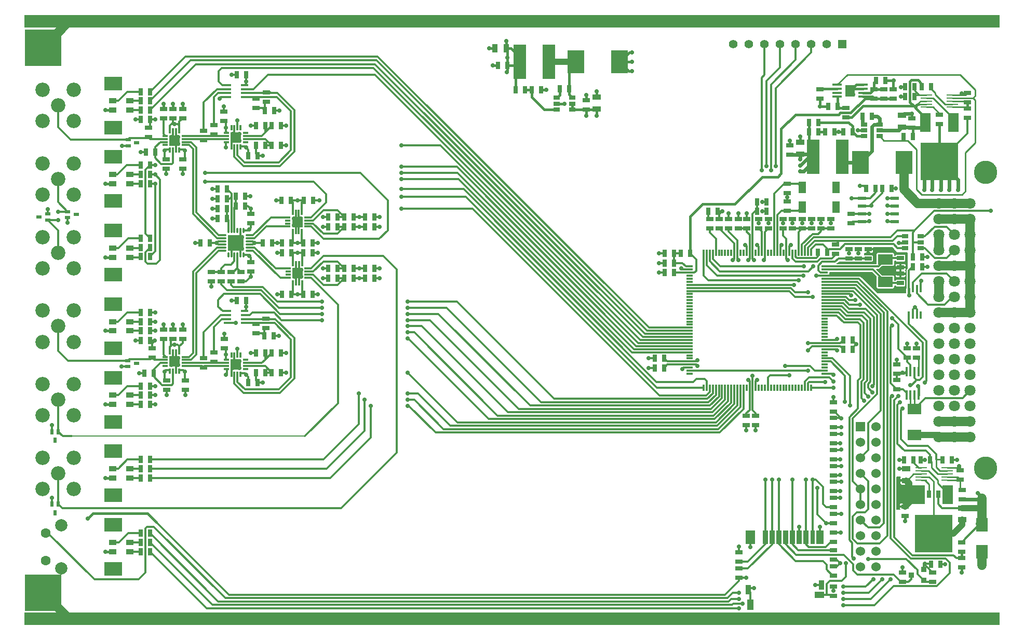
<source format=gtl>
G04 (created by PCBNEW (2013-07-07 BZR 4022)-stable) date 25/09/2013 17:04:22*
%MOIN*%
G04 Gerber Fmt 3.4, Leading zero omitted, Abs format*
%FSLAX34Y34*%
G01*
G70*
G90*
G04 APERTURE LIST*
%ADD10C,0.00590551*%
%ADD11R,6.25984X0.0787402*%
%ADD12R,0.0393701X0.011811*%
%ADD13R,0.011811X0.0393701*%
%ADD14R,0.045X0.025*%
%ADD15R,0.025X0.045*%
%ADD16R,0.036X0.036*%
%ADD17R,0.0858X0.0709*%
%ADD18R,0.0512X0.0748*%
%ADD19R,0.075X0.0098*%
%ADD20R,0.075X0.085*%
%ADD21R,0.0394X0.0276*%
%ADD22R,0.0551X0.0236*%
%ADD23R,0.055X0.035*%
%ADD24R,0.1102X0.1516*%
%ADD25R,0.06X0.06*%
%ADD26C,0.06*%
%ADD27R,0.065X0.12*%
%ADD28R,0.24X0.24*%
%ADD29R,0.0295X0.0866*%
%ADD30R,0.0335X0.0866*%
%ADD31R,0.0512X0.0866*%
%ADD32R,0.063X0.0866*%
%ADD33R,0.0354X0.063*%
%ADD34R,0.061X0.0433*%
%ADD35R,0.0433X0.065*%
%ADD36R,0.0354X0.0591*%
%ADD37R,0.0157X0.0591*%
%ADD38C,0.0787*%
%ADD39C,0.063*%
%ADD40R,0.0492X0.0335*%
%ADD41C,0.0709*%
%ADD42C,0.1496*%
%ADD43R,0.0945X0.0669*%
%ADD44R,0.1181X0.0906*%
%ADD45R,0.015X0.05*%
%ADD46C,0.0276*%
%ADD47R,0.063X0.0157*%
%ADD48R,0.0618X0.0744*%
%ADD49R,0.055X0.055*%
%ADD50C,0.055*%
%ADD51R,0.0787402X0.224409*%
%ADD52C,0.0925*%
%ADD53R,0.23622X0.23622*%
%ADD54R,0.0472441X0.015748*%
%ADD55R,0.0354X0.0197*%
%ADD56R,0.0197X0.0354*%
%ADD57R,0.035X0.055*%
%ADD58O,0.0354331X0.011811*%
%ADD59O,0.011811X0.0354331*%
%ADD60R,0.102362X0.102362*%
%ADD61R,0.0354X0.0118*%
%ADD62R,0.0118X0.0354*%
%ADD63R,0.0709X0.0709*%
%ADD64C,0.0275591*%
%ADD65C,0.015748*%
%ADD66C,0.0393701*%
%ADD67C,0.0098*%
%ADD68C,0.0394*%
%ADD69C,0.011811*%
%ADD70C,0.023622*%
%ADD71C,0.0157*%
%ADD72C,0.0139764*%
%ADD73C,0.00787402*%
%ADD74C,0.00984252*%
%ADD75C,0.0236*%
%ADD76C,0.0591*%
%ADD77C,0.0118*%
%ADD78C,0.0590551*%
G04 APERTURE END LIST*
G54D10*
G54D11*
X51181Y-20196D03*
G54D12*
X71259Y-42814D03*
X71259Y-42618D03*
X71259Y-42421D03*
X71259Y-42224D03*
X71259Y-42027D03*
X71259Y-41830D03*
X71259Y-41633D03*
X71259Y-41437D03*
X71259Y-41240D03*
X71259Y-41043D03*
X71259Y-40846D03*
X71259Y-40649D03*
X71259Y-40452D03*
X71259Y-40255D03*
X71259Y-40059D03*
X71259Y-39862D03*
X71259Y-39665D03*
X71259Y-39468D03*
X71259Y-39271D03*
X71259Y-39074D03*
X71259Y-38877D03*
X71259Y-38681D03*
X71259Y-38484D03*
X71259Y-38287D03*
X71259Y-38090D03*
X71259Y-37893D03*
X71259Y-37696D03*
X71259Y-37500D03*
X71259Y-37303D03*
X71259Y-37106D03*
X71259Y-36909D03*
X71259Y-36712D03*
X71259Y-36515D03*
X71259Y-36318D03*
X71259Y-36122D03*
X71259Y-35925D03*
G54D13*
X70374Y-35039D03*
X70177Y-35039D03*
X69980Y-35039D03*
X69783Y-35039D03*
X69586Y-35039D03*
X69389Y-35039D03*
X69192Y-35039D03*
X68996Y-35039D03*
X68799Y-35039D03*
X68602Y-35039D03*
X68405Y-35039D03*
X68208Y-35039D03*
X68011Y-35039D03*
X67814Y-35039D03*
X67618Y-35039D03*
X67421Y-35039D03*
X67224Y-35039D03*
X67027Y-35039D03*
X66830Y-35039D03*
X66633Y-35039D03*
X66437Y-35039D03*
X66240Y-35039D03*
X66043Y-35039D03*
X65846Y-35039D03*
X65649Y-35039D03*
X65452Y-35039D03*
X65255Y-35039D03*
X65059Y-35039D03*
X64862Y-35039D03*
X64665Y-35039D03*
X64468Y-35039D03*
X64271Y-35039D03*
X64074Y-35039D03*
X63877Y-35039D03*
X63681Y-35039D03*
X63484Y-35039D03*
G54D12*
X62598Y-35925D03*
X62598Y-36122D03*
X62598Y-36318D03*
X62598Y-36515D03*
X62598Y-36712D03*
X62598Y-36909D03*
X62598Y-37106D03*
X62598Y-37303D03*
X62598Y-37500D03*
X62598Y-37696D03*
X62598Y-37893D03*
X62598Y-38090D03*
X62598Y-38287D03*
X62598Y-38484D03*
X62598Y-38681D03*
X62598Y-38877D03*
X62598Y-39074D03*
X62598Y-39271D03*
X62598Y-39468D03*
X62598Y-39665D03*
X62598Y-39862D03*
X62598Y-40059D03*
X62598Y-40255D03*
X62598Y-40452D03*
X62598Y-40649D03*
X62598Y-40846D03*
X62598Y-41043D03*
X62598Y-41240D03*
X62598Y-41437D03*
X62598Y-41633D03*
X62598Y-41830D03*
X62598Y-42027D03*
X62598Y-42224D03*
X62598Y-42421D03*
X62598Y-42618D03*
X62598Y-42814D03*
G54D13*
X63484Y-43700D03*
X63681Y-43700D03*
X63877Y-43700D03*
X64074Y-43700D03*
X64271Y-43700D03*
X64468Y-43700D03*
X64665Y-43700D03*
X64862Y-43700D03*
X65059Y-43700D03*
X65255Y-43700D03*
X65452Y-43700D03*
X65649Y-43700D03*
X65846Y-43700D03*
X66043Y-43700D03*
X66240Y-43700D03*
X66437Y-43700D03*
X66633Y-43700D03*
X66830Y-43700D03*
X67027Y-43700D03*
X67224Y-43700D03*
X67421Y-43700D03*
X67618Y-43700D03*
X67814Y-43700D03*
X68011Y-43700D03*
X68208Y-43700D03*
X68405Y-43700D03*
X68602Y-43700D03*
X68799Y-43700D03*
X68996Y-43700D03*
X69192Y-43700D03*
X69389Y-43700D03*
X69586Y-43700D03*
X69783Y-43700D03*
X69980Y-43700D03*
X70177Y-43700D03*
X70374Y-43700D03*
G54D14*
X75649Y-25142D03*
X75649Y-24542D03*
G54D15*
X72091Y-25649D03*
X71491Y-25649D03*
G54D14*
X72814Y-35418D03*
X72814Y-34818D03*
G54D15*
X61599Y-35098D03*
X60999Y-35098D03*
G54D14*
X70413Y-33488D03*
X70413Y-32888D03*
G54D15*
X63774Y-32381D03*
X64374Y-32381D03*
G54D14*
X73425Y-34818D03*
X73425Y-35418D03*
X72618Y-26362D03*
X72618Y-25762D03*
G54D15*
X62022Y-35098D03*
X62622Y-35098D03*
G54D14*
X69192Y-33488D03*
X69192Y-32888D03*
X76240Y-56185D03*
X76240Y-55585D03*
G54D15*
X78085Y-55059D03*
X78685Y-55059D03*
G54D14*
X78169Y-55566D03*
X78169Y-56166D03*
G54D16*
X77604Y-55398D03*
X77604Y-56098D03*
X76804Y-55748D03*
G54D17*
X77007Y-45071D03*
X77007Y-46741D03*
G54D18*
X69802Y-32106D03*
X71968Y-32106D03*
X71968Y-30846D03*
X69802Y-30846D03*
G54D14*
X71811Y-46688D03*
X71811Y-47288D03*
X71811Y-51806D03*
X71811Y-52406D03*
X71811Y-49759D03*
X71811Y-50359D03*
X71811Y-48735D03*
X71811Y-49335D03*
X71811Y-47711D03*
X71811Y-48311D03*
G54D19*
X79448Y-25696D03*
X79448Y-25499D03*
X79448Y-25302D03*
X79448Y-25105D03*
X79448Y-24908D03*
X77794Y-24908D03*
X77794Y-25105D03*
X77794Y-25302D03*
X77794Y-25499D03*
X77794Y-25696D03*
X79107Y-49651D03*
X79107Y-49454D03*
X79107Y-49257D03*
X79107Y-49060D03*
X79107Y-48863D03*
X77453Y-48863D03*
X77453Y-49060D03*
X77453Y-49257D03*
X77453Y-49454D03*
X77453Y-49651D03*
G54D20*
X81339Y-52526D03*
X81339Y-54246D03*
G54D21*
X77429Y-33995D03*
X77429Y-34370D03*
X77429Y-34745D03*
X76429Y-34745D03*
X76429Y-34370D03*
X76429Y-33995D03*
G54D22*
X73654Y-33033D03*
X75754Y-33033D03*
X73654Y-32533D03*
X73654Y-32033D03*
X73654Y-31533D03*
X75754Y-32533D03*
X75754Y-32033D03*
X75754Y-31533D03*
G54D23*
X76220Y-26976D03*
X76220Y-26226D03*
X76495Y-49667D03*
X76495Y-48917D03*
X69685Y-28701D03*
X69685Y-27951D03*
X80077Y-51437D03*
X80077Y-52187D03*
G54D15*
X73912Y-30905D03*
X74512Y-30905D03*
X74542Y-23996D03*
X75142Y-23996D03*
G54D14*
X74429Y-25142D03*
X74429Y-24542D03*
G54D15*
X77495Y-24396D03*
X78095Y-24396D03*
G54D14*
X80039Y-54660D03*
X80039Y-55260D03*
X78621Y-26783D03*
X78621Y-26183D03*
G54D15*
X75536Y-30905D03*
X74936Y-30905D03*
G54D14*
X80038Y-53638D03*
X80038Y-54238D03*
X75885Y-43223D03*
X75885Y-43823D03*
G54D15*
X78541Y-50556D03*
X77941Y-50556D03*
G54D14*
X80078Y-50891D03*
X80078Y-50291D03*
X80432Y-26389D03*
X80432Y-25789D03*
G54D15*
X78015Y-48347D03*
X77415Y-48347D03*
X71274Y-27283D03*
X71874Y-27283D03*
X76933Y-27578D03*
X76333Y-27578D03*
G54D14*
X65748Y-54266D03*
X65748Y-54866D03*
X65748Y-55929D03*
X65748Y-55329D03*
X71811Y-53007D03*
X71811Y-53607D03*
X71811Y-50782D03*
X71811Y-51382D03*
X71811Y-55172D03*
X71811Y-55772D03*
X71811Y-54748D03*
X71811Y-54148D03*
X71811Y-56471D03*
X71811Y-57071D03*
G54D15*
X70851Y-27283D03*
X70251Y-27283D03*
G54D14*
X71023Y-32888D03*
X71023Y-33488D03*
X71948Y-34503D03*
X71948Y-35103D03*
G54D15*
X71422Y-35000D03*
X70822Y-35000D03*
G54D14*
X67027Y-32888D03*
X67027Y-33488D03*
G54D15*
X79433Y-48346D03*
X78833Y-48346D03*
G54D14*
X72952Y-33134D03*
X72952Y-32534D03*
X70964Y-24542D03*
X70964Y-25142D03*
X79960Y-49630D03*
X79960Y-49030D03*
X69015Y-28764D03*
X69015Y-28164D03*
G54D15*
X60949Y-42440D03*
X60349Y-42440D03*
G54D14*
X71653Y-33488D03*
X71653Y-32888D03*
X64488Y-33488D03*
X64488Y-32888D03*
G54D15*
X72455Y-40649D03*
X73055Y-40649D03*
G54D14*
X68858Y-31747D03*
X68858Y-32347D03*
X68858Y-31205D03*
X68858Y-30605D03*
G54D15*
X76904Y-35944D03*
X77504Y-35944D03*
G54D14*
X75885Y-42819D03*
X75885Y-42219D03*
X66240Y-33488D03*
X66240Y-32888D03*
X65708Y-33488D03*
X65708Y-32888D03*
X66830Y-45526D03*
X66830Y-46126D03*
X71811Y-45240D03*
X71811Y-44640D03*
G54D15*
X73696Y-26279D03*
X74296Y-26279D03*
G54D14*
X71811Y-45664D03*
X71811Y-46264D03*
X76850Y-27000D03*
X76850Y-26400D03*
G54D15*
X76952Y-48347D03*
X76352Y-48347D03*
X77032Y-25026D03*
X76432Y-25026D03*
X61599Y-36318D03*
X60999Y-36318D03*
G54D14*
X80432Y-25366D03*
X80432Y-24766D03*
X75039Y-25142D03*
X75039Y-24542D03*
G54D15*
X77032Y-24396D03*
X76432Y-24396D03*
G54D14*
X76416Y-51354D03*
X76416Y-51954D03*
X74035Y-35418D03*
X74035Y-34818D03*
G54D15*
X60949Y-41830D03*
X60349Y-41830D03*
G54D14*
X66220Y-45526D03*
X66220Y-46126D03*
X65098Y-33488D03*
X65098Y-32888D03*
X68582Y-33488D03*
X68582Y-32888D03*
G54D15*
X72455Y-41259D03*
X73055Y-41259D03*
X66924Y-31771D03*
X67524Y-31771D03*
X66924Y-32381D03*
X67524Y-32381D03*
X61599Y-35708D03*
X60999Y-35708D03*
G54D14*
X69803Y-33488D03*
X69803Y-32888D03*
X67637Y-33488D03*
X67637Y-32888D03*
G54D24*
X73535Y-29259D03*
X76347Y-29259D03*
G54D25*
X73554Y-46210D03*
G54D26*
X74554Y-46210D03*
X73554Y-47210D03*
X74554Y-47210D03*
X73554Y-48210D03*
X74554Y-48210D03*
X73554Y-49210D03*
X74554Y-49210D03*
X73554Y-50210D03*
X74554Y-50210D03*
X73554Y-51210D03*
X74554Y-51210D03*
X73554Y-52210D03*
X74554Y-52210D03*
X73554Y-53210D03*
X74554Y-53210D03*
X73554Y-54210D03*
X74554Y-54210D03*
X73554Y-55210D03*
X74554Y-55210D03*
G54D27*
X79141Y-50596D03*
G54D28*
X78241Y-53096D03*
G54D27*
X77341Y-50596D03*
X79522Y-26680D03*
G54D28*
X78622Y-29180D03*
G54D27*
X77722Y-26680D03*
G54D29*
X70472Y-53307D03*
G54D30*
X70039Y-53307D03*
X69606Y-53307D03*
X69173Y-53307D03*
X68740Y-53307D03*
X68307Y-53307D03*
X67874Y-53307D03*
X67441Y-53307D03*
G54D31*
X70944Y-53307D03*
G54D32*
X66476Y-53307D03*
G54D33*
X71043Y-56397D03*
G54D34*
X70915Y-57027D03*
G54D35*
X66496Y-57647D03*
G54D36*
X66338Y-56693D03*
G54D37*
X76505Y-44174D03*
X76761Y-44174D03*
X77017Y-44174D03*
X77273Y-44174D03*
X77273Y-42678D03*
X77017Y-42678D03*
X76761Y-42678D03*
X76505Y-42678D03*
G54D14*
X76555Y-41196D03*
X76555Y-41796D03*
X77165Y-41797D03*
X77165Y-41197D03*
G54D38*
X22239Y-52559D03*
X22239Y-55315D03*
G54D39*
X21259Y-53051D03*
X21259Y-54823D03*
G54D15*
X27937Y-53051D03*
X27337Y-53051D03*
X27337Y-54232D03*
X27937Y-54232D03*
X27337Y-53641D03*
X27937Y-53641D03*
G54D40*
X25541Y-53642D03*
X25541Y-54232D03*
X26663Y-54232D03*
X26663Y-53642D03*
G54D41*
X80590Y-31870D03*
X80590Y-32870D03*
X80590Y-33870D03*
X80590Y-34870D03*
X80590Y-35870D03*
X80590Y-36870D03*
X80590Y-37870D03*
X80590Y-38870D03*
X80590Y-39870D03*
X80590Y-40870D03*
X80590Y-41870D03*
X80590Y-42870D03*
X80590Y-43870D03*
X80590Y-44870D03*
X80590Y-45870D03*
X80590Y-46870D03*
X79590Y-31870D03*
X79590Y-32870D03*
X79590Y-33870D03*
X79590Y-34870D03*
X79590Y-35870D03*
X79590Y-36870D03*
X79590Y-37870D03*
X79590Y-38870D03*
X79590Y-39870D03*
X79590Y-40870D03*
X79590Y-41870D03*
X79590Y-42870D03*
X79590Y-43870D03*
X79590Y-44870D03*
X79590Y-45870D03*
X79590Y-46870D03*
X78590Y-31870D03*
X78590Y-32870D03*
X78590Y-33870D03*
X78590Y-34870D03*
X78590Y-35870D03*
X78590Y-36870D03*
X78590Y-37870D03*
X78590Y-38870D03*
X78590Y-39870D03*
X78590Y-40870D03*
X78590Y-41870D03*
X78590Y-42870D03*
X78590Y-43870D03*
X78590Y-44870D03*
X78590Y-45870D03*
X78590Y-46870D03*
G54D42*
X81590Y-29870D03*
X81590Y-48870D03*
G54D15*
X76904Y-35314D03*
X77504Y-35314D03*
X27337Y-25885D03*
X27937Y-25885D03*
X27337Y-39468D03*
X27937Y-39468D03*
X27337Y-40059D03*
X27937Y-40059D03*
X27336Y-34705D03*
X27936Y-34705D03*
X27336Y-35296D03*
X27936Y-35296D03*
X27337Y-30019D03*
X27937Y-30019D03*
X27337Y-30610D03*
X27937Y-30610D03*
X27337Y-25295D03*
X27937Y-25295D03*
X27937Y-38877D03*
X27337Y-38877D03*
X27937Y-34114D03*
X27337Y-34114D03*
X27937Y-29429D03*
X27337Y-29429D03*
X27937Y-24704D03*
X27337Y-24704D03*
G54D40*
X25541Y-25295D03*
X25541Y-25885D03*
X26663Y-25885D03*
X26663Y-25295D03*
X25541Y-39468D03*
X25541Y-40058D03*
X26663Y-40058D03*
X26663Y-39468D03*
X25541Y-34744D03*
X25541Y-35334D03*
X26663Y-35334D03*
X26663Y-34744D03*
X25541Y-30019D03*
X25541Y-30609D03*
X26663Y-30609D03*
X26663Y-30019D03*
G54D14*
X76122Y-36392D03*
X76122Y-36992D03*
X76122Y-35988D03*
X76122Y-35388D03*
G54D43*
X75157Y-35472D03*
X75157Y-36928D03*
G54D14*
X63877Y-33488D03*
X63877Y-32888D03*
G54D44*
X25590Y-52520D03*
X25590Y-55354D03*
X25590Y-24173D03*
X25590Y-27007D03*
G54D45*
X76663Y-39038D03*
X76919Y-39038D03*
X77175Y-39038D03*
X77431Y-39038D03*
X77431Y-37338D03*
X77175Y-37338D03*
X76919Y-37338D03*
X76663Y-37338D03*
G54D46*
X72893Y-24645D03*
X73070Y-24409D03*
X72716Y-24881D03*
X72716Y-24409D03*
G54D47*
X73720Y-25029D03*
X73720Y-24773D03*
X73720Y-24517D03*
X73720Y-24261D03*
X72066Y-24261D03*
X72066Y-24517D03*
X72066Y-24773D03*
X72066Y-25029D03*
G54D48*
X72893Y-24645D03*
G54D46*
X73070Y-24881D03*
G54D11*
X51181Y-58543D03*
G54D49*
X72397Y-21653D03*
G54D50*
X71397Y-21653D03*
X70397Y-21653D03*
X69397Y-21653D03*
X68397Y-21653D03*
X67397Y-21653D03*
X66397Y-21653D03*
X65397Y-21653D03*
G54D15*
X70251Y-26673D03*
X70851Y-26673D03*
X72436Y-27283D03*
X73036Y-27283D03*
G54D51*
X72381Y-28897D03*
X70531Y-28897D03*
G54D21*
X74771Y-26810D03*
X74771Y-27185D03*
X74771Y-27560D03*
X73771Y-27560D03*
X73771Y-27185D03*
X73771Y-26810D03*
G54D15*
X27937Y-43602D03*
X27337Y-43602D03*
X27337Y-44783D03*
X27937Y-44783D03*
X27337Y-44192D03*
X27937Y-44192D03*
X27937Y-48326D03*
X27337Y-48326D03*
X27337Y-49507D03*
X27937Y-49507D03*
X27337Y-48917D03*
X27937Y-48917D03*
G54D52*
X21043Y-26594D03*
X21043Y-24586D03*
X23051Y-24586D03*
X23051Y-26594D03*
X22047Y-25590D03*
X21043Y-45492D03*
X21043Y-43484D03*
X23051Y-43484D03*
X23051Y-45492D03*
X22047Y-44488D03*
X21043Y-50216D03*
X21043Y-48208D03*
X23051Y-48208D03*
X23051Y-50216D03*
X22047Y-49212D03*
G54D40*
X25541Y-44193D03*
X25541Y-44783D03*
X26663Y-44783D03*
X26663Y-44193D03*
X25541Y-48917D03*
X25541Y-49507D03*
X26663Y-49507D03*
X26663Y-48917D03*
G54D52*
X21043Y-40767D03*
X21043Y-38759D03*
X23051Y-38759D03*
X23051Y-40767D03*
X22047Y-39763D03*
G54D44*
X25590Y-28897D03*
X25590Y-31731D03*
X25590Y-47795D03*
X25590Y-50629D03*
X25590Y-38346D03*
X25590Y-41180D03*
G54D52*
X21043Y-31318D03*
X21043Y-29310D03*
X23051Y-29310D03*
X23051Y-31318D03*
X22047Y-30314D03*
X21043Y-36043D03*
X21043Y-34035D03*
X23051Y-34035D03*
X23051Y-36043D03*
X22047Y-35039D03*
G54D44*
X25590Y-33622D03*
X25590Y-36456D03*
X25590Y-43071D03*
X25590Y-45905D03*
G54D53*
X21090Y-56870D03*
X21090Y-21870D03*
G54D54*
X32913Y-24281D03*
X32913Y-24537D03*
X32913Y-24793D03*
X32913Y-25049D03*
X34015Y-25049D03*
X34015Y-24793D03*
X34015Y-24537D03*
X34015Y-24281D03*
X32913Y-38789D03*
X32913Y-39045D03*
X32913Y-39301D03*
X32913Y-39557D03*
X34015Y-39557D03*
X34015Y-39301D03*
X34015Y-39045D03*
X34015Y-38789D03*
G54D14*
X28818Y-39975D03*
X28818Y-40575D03*
G54D15*
X39985Y-32755D03*
X39385Y-32755D03*
X41028Y-33385D03*
X40428Y-33385D03*
X41028Y-32755D03*
X40428Y-32755D03*
X35339Y-28149D03*
X34739Y-28149D03*
X35329Y-25905D03*
X35929Y-25905D03*
G54D14*
X34763Y-25133D03*
X34763Y-25733D03*
X35413Y-24759D03*
X35413Y-25359D03*
G54D15*
X39985Y-36673D03*
X39385Y-36673D03*
X32878Y-32224D03*
X32278Y-32224D03*
G54D14*
X28070Y-41196D03*
X28070Y-41796D03*
G54D15*
X35762Y-26889D03*
X36362Y-26889D03*
G54D14*
X33149Y-36874D03*
X33149Y-36274D03*
X32519Y-36874D03*
X32519Y-36274D03*
X33779Y-36274D03*
X33779Y-36874D03*
X31889Y-36274D03*
X31889Y-36874D03*
G54D15*
X34059Y-32047D03*
X33459Y-32047D03*
X32278Y-31594D03*
X32878Y-31594D03*
X32278Y-32854D03*
X32878Y-32854D03*
X33459Y-31417D03*
X34059Y-31417D03*
X32878Y-30964D03*
X32278Y-30964D03*
X39985Y-33385D03*
X39385Y-33385D03*
G54D14*
X32047Y-42051D03*
X32047Y-41451D03*
X31377Y-42406D03*
X31377Y-41806D03*
X27834Y-27022D03*
X27834Y-27622D03*
X28818Y-25802D03*
X28818Y-26402D03*
G54D15*
X36362Y-42736D03*
X35762Y-42736D03*
X34739Y-41476D03*
X35339Y-41476D03*
X35762Y-41476D03*
X36362Y-41476D03*
X35339Y-42736D03*
X34739Y-42736D03*
X35290Y-40393D03*
X35890Y-40393D03*
G54D14*
X34744Y-39621D03*
X34744Y-40221D03*
X35393Y-39266D03*
X35393Y-39866D03*
G54D15*
X41008Y-36043D03*
X40408Y-36043D03*
X41008Y-36673D03*
X40408Y-36673D03*
X39985Y-36043D03*
X39385Y-36043D03*
G54D14*
X31397Y-27200D03*
X31397Y-27800D03*
X32047Y-26865D03*
X32047Y-27465D03*
G54D15*
X36362Y-28149D03*
X35762Y-28149D03*
X34739Y-26889D03*
X35339Y-26889D03*
X41747Y-36673D03*
X42347Y-36673D03*
G54D14*
X29429Y-26402D03*
X29429Y-25802D03*
G54D15*
X34266Y-28799D03*
X34866Y-28799D03*
G54D14*
X32696Y-26579D03*
X32696Y-25979D03*
G54D15*
X34118Y-23622D03*
X33518Y-23622D03*
X34266Y-43366D03*
X34866Y-43366D03*
G54D14*
X32716Y-41166D03*
X32716Y-40566D03*
G54D15*
X34118Y-38110D03*
X33518Y-38110D03*
G54D14*
X29015Y-43243D03*
X29015Y-43843D03*
X34409Y-33154D03*
X34409Y-32554D03*
G54D15*
X31796Y-34409D03*
X31196Y-34409D03*
X35172Y-34409D03*
X35772Y-34409D03*
X37032Y-34409D03*
X36432Y-34409D03*
X37790Y-34409D03*
X38390Y-34409D03*
X36973Y-31692D03*
X36373Y-31692D03*
X37829Y-31692D03*
X38429Y-31692D03*
X41747Y-36043D03*
X42347Y-36043D03*
G54D14*
X34409Y-35664D03*
X34409Y-36264D03*
G54D15*
X41747Y-32755D03*
X42347Y-32755D03*
X41747Y-33385D03*
X42347Y-33385D03*
G54D14*
X29429Y-40575D03*
X29429Y-39975D03*
X30216Y-43243D03*
X30216Y-43843D03*
X30039Y-40575D03*
X30039Y-39975D03*
G54D15*
X27937Y-26496D03*
X27337Y-26496D03*
X28174Y-42795D03*
X27574Y-42795D03*
X27937Y-40688D03*
X27337Y-40688D03*
X28272Y-28582D03*
X27672Y-28582D03*
G54D14*
X30059Y-29050D03*
X30059Y-29650D03*
G54D15*
X37032Y-35039D03*
X36432Y-35039D03*
X37790Y-35039D03*
X38390Y-35039D03*
X37032Y-37716D03*
X36432Y-37716D03*
X37790Y-37716D03*
X38390Y-37716D03*
G54D14*
X28996Y-29050D03*
X28996Y-29650D03*
X30039Y-26402D03*
X30039Y-25802D03*
G54D55*
X22657Y-32401D03*
X22657Y-32795D03*
X23209Y-32598D03*
X26535Y-27775D03*
X26535Y-28169D03*
X27087Y-27972D03*
X21378Y-32952D03*
X21378Y-32558D03*
X20826Y-32755D03*
X26515Y-41968D03*
X26515Y-42362D03*
X27067Y-42165D03*
G54D56*
X22047Y-46535D03*
X21653Y-46535D03*
X21850Y-47087D03*
X22047Y-51180D03*
X21653Y-51180D03*
X21850Y-51732D03*
G54D21*
X55066Y-25097D03*
X55066Y-25472D03*
X55066Y-25847D03*
X54066Y-25847D03*
X54066Y-25472D03*
X54066Y-25097D03*
G54D57*
X50827Y-21929D03*
X50077Y-21929D03*
G54D15*
X51412Y-24566D03*
X52012Y-24566D03*
X53055Y-24566D03*
X52455Y-24566D03*
X54247Y-24527D03*
X54847Y-24527D03*
X50870Y-23011D03*
X50270Y-23011D03*
G54D24*
X55286Y-22795D03*
X58098Y-22795D03*
G54D51*
X53543Y-22775D03*
X51692Y-22775D03*
G54D23*
X56633Y-25808D03*
X56633Y-25058D03*
G54D14*
X55944Y-25851D03*
X55944Y-25251D03*
G54D58*
X32677Y-33917D03*
X32677Y-34114D03*
X32677Y-34311D03*
X32677Y-34507D03*
X32677Y-34704D03*
X32677Y-34901D03*
G54D59*
X32972Y-35196D03*
X33169Y-35196D03*
X33366Y-35196D03*
X33562Y-35196D03*
X33759Y-35196D03*
X33956Y-35196D03*
G54D58*
X34251Y-34901D03*
X34251Y-34704D03*
X34251Y-34507D03*
X34251Y-34311D03*
X34251Y-34114D03*
X34251Y-33917D03*
G54D59*
X33956Y-33622D03*
X33759Y-33622D03*
X33562Y-33622D03*
X33366Y-33622D03*
X33169Y-33622D03*
X32972Y-33622D03*
G54D60*
X33464Y-34409D03*
G54D61*
X28917Y-41732D03*
X28917Y-41929D03*
X28917Y-42125D03*
X28917Y-42322D03*
G54D62*
X29232Y-42637D03*
X29429Y-42637D03*
X29625Y-42637D03*
X29822Y-42637D03*
G54D61*
X30137Y-42322D03*
X30137Y-42125D03*
X30137Y-41929D03*
X30137Y-41732D03*
G54D62*
X29822Y-41417D03*
X29625Y-41417D03*
X29429Y-41417D03*
X29232Y-41417D03*
G54D63*
X29527Y-42027D03*
G54D61*
X36810Y-36063D03*
X36810Y-36260D03*
X36810Y-36456D03*
X36810Y-36653D03*
G54D62*
X37126Y-36968D03*
X37323Y-36968D03*
X37519Y-36968D03*
X37716Y-36968D03*
G54D61*
X38031Y-36653D03*
X38031Y-36456D03*
X38031Y-36260D03*
X38031Y-36063D03*
G54D62*
X37716Y-35747D03*
X37519Y-35747D03*
X37323Y-35747D03*
X37126Y-35747D03*
G54D63*
X37421Y-36358D03*
G54D61*
X28917Y-27539D03*
X28917Y-27736D03*
X28917Y-27932D03*
X28917Y-28129D03*
G54D62*
X29232Y-28445D03*
X29429Y-28445D03*
X29625Y-28445D03*
X29822Y-28445D03*
G54D61*
X30137Y-28129D03*
X30137Y-27932D03*
X30137Y-27736D03*
X30137Y-27539D03*
G54D62*
X29822Y-27224D03*
X29625Y-27224D03*
X29429Y-27224D03*
X29232Y-27224D03*
G54D63*
X29527Y-27834D03*
G54D62*
X33759Y-27027D03*
X33562Y-27027D03*
X33366Y-27027D03*
X33169Y-27027D03*
G54D61*
X32854Y-27342D03*
X32854Y-27539D03*
X32854Y-27735D03*
X32854Y-27932D03*
G54D62*
X33169Y-28248D03*
X33366Y-28248D03*
X33562Y-28248D03*
X33759Y-28248D03*
G54D61*
X34074Y-27932D03*
X34074Y-27735D03*
X34074Y-27539D03*
X34074Y-27342D03*
G54D63*
X33464Y-27637D03*
G54D61*
X36791Y-32775D03*
X36791Y-32972D03*
X36791Y-33168D03*
X36791Y-33365D03*
G54D62*
X37106Y-33681D03*
X37303Y-33681D03*
X37499Y-33681D03*
X37696Y-33681D03*
G54D61*
X38011Y-33365D03*
X38011Y-33168D03*
X38011Y-32972D03*
X38011Y-32775D03*
G54D62*
X37696Y-32460D03*
X37499Y-32460D03*
X37303Y-32460D03*
X37106Y-32460D03*
G54D63*
X37401Y-33070D03*
G54D62*
X33759Y-41614D03*
X33562Y-41614D03*
X33366Y-41614D03*
X33169Y-41614D03*
G54D61*
X32854Y-41929D03*
X32854Y-42126D03*
X32854Y-42322D03*
X32854Y-42519D03*
G54D62*
X33169Y-42834D03*
X33366Y-42834D03*
X33562Y-42834D03*
X33759Y-42834D03*
G54D61*
X34074Y-42519D03*
X34074Y-42322D03*
X34074Y-42126D03*
X34074Y-41929D03*
G54D63*
X33464Y-42224D03*
G54D64*
X56633Y-26259D03*
X55944Y-26259D03*
X76692Y-50590D03*
X76692Y-50984D03*
X76692Y-50196D03*
X76318Y-50984D03*
X76318Y-50590D03*
X76318Y-50196D03*
X50866Y-23444D03*
X50870Y-22500D03*
X50826Y-21437D03*
X33562Y-41220D03*
X32814Y-42874D03*
X41377Y-36673D03*
X41377Y-36043D03*
X41377Y-33385D03*
X41377Y-32755D03*
X34114Y-42874D03*
X34114Y-28287D03*
X34409Y-26889D03*
X34409Y-41476D03*
X37401Y-31692D03*
X37401Y-37716D03*
X37421Y-35039D03*
X37421Y-34409D03*
X34665Y-34409D03*
X34311Y-33562D03*
X34311Y-35255D03*
X32224Y-34409D03*
X32814Y-41574D03*
X33562Y-26555D03*
X32814Y-27007D03*
X32814Y-28287D03*
X29527Y-26791D03*
X28267Y-26496D03*
X30177Y-28484D03*
X28877Y-28484D03*
X29527Y-40964D03*
X28248Y-40688D03*
X30177Y-42677D03*
X28877Y-42677D03*
X25078Y-25866D03*
X25078Y-40059D03*
X23956Y-52125D03*
X25078Y-54232D03*
X25078Y-49507D03*
X25078Y-44783D03*
X25078Y-35334D03*
X25078Y-30610D03*
X34118Y-24035D03*
X34118Y-38523D03*
X69685Y-29055D03*
X69685Y-29448D03*
X69685Y-29822D03*
X73523Y-30748D03*
X75826Y-30905D03*
X65748Y-53917D03*
X66200Y-55925D03*
X72283Y-53011D03*
X72322Y-51811D03*
X72322Y-49763D03*
X72322Y-48740D03*
X72322Y-47696D03*
X72322Y-46673D03*
X71811Y-56732D03*
X72244Y-54980D03*
X65354Y-35531D03*
X67342Y-35531D03*
X66358Y-35531D03*
X63090Y-42303D03*
X66633Y-42952D03*
X70177Y-40846D03*
X77696Y-55000D03*
X76259Y-42755D03*
X67027Y-33149D03*
X69192Y-33149D03*
X72263Y-50787D03*
X74133Y-33031D03*
X72322Y-45669D03*
X79744Y-48346D03*
X76555Y-40885D03*
X76673Y-37795D03*
X77165Y-40885D03*
X44488Y-38188D03*
X38976Y-38188D03*
X31496Y-30492D03*
X22047Y-32952D03*
X31496Y-29921D03*
X22047Y-32401D03*
X44094Y-30964D03*
X31948Y-30964D03*
X44094Y-32224D03*
X31948Y-32224D03*
X70177Y-41318D03*
X65728Y-35531D03*
X73425Y-35078D03*
X68877Y-35531D03*
X66712Y-35531D03*
X66358Y-43208D03*
X63090Y-41948D03*
X74330Y-43602D03*
X75984Y-44251D03*
X74055Y-44271D03*
X76082Y-44665D03*
X73779Y-44547D03*
X76240Y-45039D03*
X81909Y-32362D03*
G54D46*
X77637Y-31024D03*
X79251Y-31024D03*
X78700Y-31024D03*
X78149Y-31024D03*
X79802Y-31024D03*
G54D64*
X44094Y-31437D03*
X34389Y-31417D03*
X71811Y-42893D03*
X77696Y-43366D03*
X28267Y-39468D03*
X44488Y-40157D03*
X36692Y-42736D03*
X44488Y-42736D03*
X68996Y-42913D03*
X67519Y-29488D03*
X44488Y-44881D03*
X42125Y-44881D03*
X28267Y-44783D03*
X44488Y-44094D03*
X41338Y-44094D03*
X28267Y-43602D03*
X44488Y-44488D03*
X41732Y-44488D03*
X28267Y-44192D03*
X38976Y-39370D03*
X44488Y-39370D03*
X44488Y-40551D03*
X28267Y-40059D03*
X36692Y-28149D03*
X44094Y-28149D03*
X38976Y-38582D03*
X44488Y-38582D03*
X38976Y-38976D03*
X44488Y-38976D03*
X28267Y-29429D03*
X44094Y-29527D03*
X74251Y-32027D03*
X70531Y-35925D03*
X72972Y-31535D03*
X72047Y-41318D03*
X68700Y-42322D03*
X67224Y-29744D03*
X28267Y-30610D03*
X44094Y-30314D03*
X28267Y-30019D03*
X44094Y-29921D03*
X28267Y-38877D03*
X44488Y-39763D03*
X74035Y-54704D03*
X71279Y-43346D03*
X81082Y-50492D03*
G54D46*
X81338Y-50828D03*
X81338Y-51182D03*
X81338Y-51576D03*
G54D64*
X68484Y-34547D03*
X67814Y-29744D03*
X71811Y-43700D03*
X76751Y-43543D03*
X75570Y-39251D03*
X73208Y-38070D03*
X75590Y-39704D03*
X73503Y-38366D03*
X65748Y-56889D03*
X74389Y-56003D03*
X71811Y-43307D03*
X72440Y-56496D03*
X65748Y-57283D03*
X72440Y-56889D03*
X74940Y-56003D03*
X72559Y-44606D03*
X65748Y-57874D03*
X72440Y-57677D03*
X74330Y-44015D03*
X75570Y-44251D03*
X72440Y-57283D03*
X72874Y-44862D03*
X65984Y-57578D03*
X75492Y-56003D03*
X68110Y-29488D03*
X72952Y-37795D03*
X73129Y-54685D03*
X72618Y-54980D03*
X36200Y-40393D03*
X36240Y-25905D03*
X30039Y-39665D03*
X29429Y-39665D03*
X28818Y-39665D03*
X30039Y-25492D03*
X29429Y-25492D03*
X28818Y-25492D03*
X36102Y-34409D03*
X49940Y-23011D03*
X49704Y-21929D03*
X53385Y-24566D03*
X54566Y-25472D03*
X58877Y-23385D03*
X58877Y-22795D03*
X58877Y-22185D03*
X56633Y-24685D03*
X55944Y-24921D03*
X66830Y-46456D03*
X66220Y-46456D03*
X34409Y-36594D03*
X21653Y-46122D03*
X21653Y-50767D03*
X33188Y-23622D03*
X33188Y-38110D03*
X33838Y-34783D03*
X33090Y-34783D03*
X33090Y-34035D03*
X33464Y-34409D03*
X33838Y-34035D03*
X37637Y-36574D03*
X37204Y-36574D03*
X37204Y-36141D03*
X37421Y-36358D03*
X37637Y-36141D03*
X37618Y-33287D03*
X37185Y-33287D03*
X37185Y-32854D03*
X37401Y-33070D03*
X37618Y-32854D03*
X33681Y-27854D03*
X33248Y-27854D03*
X33248Y-27421D03*
X33464Y-27637D03*
X33681Y-27421D03*
X29744Y-28051D03*
X29311Y-28051D03*
X29311Y-27618D03*
X29527Y-27834D03*
X29744Y-27618D03*
X33681Y-42440D03*
X33248Y-42440D03*
X33248Y-42007D03*
X33464Y-42224D03*
X33681Y-42007D03*
X29744Y-42244D03*
X29311Y-42244D03*
X29311Y-41811D03*
X29527Y-42027D03*
X29744Y-41811D03*
X31889Y-37224D03*
X22657Y-33110D03*
X21377Y-32244D03*
X42677Y-32755D03*
X42677Y-33385D03*
X42677Y-36043D03*
X42677Y-36673D03*
X39055Y-36673D03*
X39055Y-36043D03*
X39055Y-33385D03*
X39055Y-32755D03*
X31948Y-32854D03*
X31948Y-31594D03*
X33464Y-39547D03*
X35196Y-43366D03*
X35196Y-28799D03*
X36692Y-41476D03*
X36692Y-26889D03*
X38720Y-37716D03*
X36102Y-37716D03*
X38818Y-31692D03*
X36043Y-31692D03*
X38720Y-35039D03*
X38720Y-34409D03*
X36102Y-35039D03*
X34409Y-32224D03*
X30866Y-34409D03*
X32716Y-40236D03*
X32401Y-25137D03*
X32696Y-25649D03*
X26122Y-42362D03*
X27007Y-40688D03*
X27007Y-26496D03*
X26141Y-28169D03*
X27342Y-28582D03*
X27244Y-42795D03*
X30216Y-44173D03*
X29015Y-44173D03*
X30059Y-29980D03*
X28996Y-29980D03*
X81338Y-55118D03*
X70964Y-25649D03*
X75669Y-23996D03*
X76141Y-24409D03*
X76141Y-25019D03*
X76850Y-26102D03*
X69685Y-27598D03*
X69015Y-27854D03*
X73385Y-27185D03*
X72165Y-27283D03*
X80059Y-24803D03*
X76043Y-48917D03*
X76043Y-48346D03*
X78996Y-55059D03*
X76240Y-55236D03*
X59960Y-41830D03*
X59960Y-42440D03*
X60610Y-36318D03*
X60610Y-35708D03*
X60610Y-35098D03*
X66240Y-32519D03*
X65708Y-32519D03*
X65098Y-32519D03*
X64685Y-32381D03*
X72322Y-46259D03*
X73267Y-40925D03*
X70649Y-56397D03*
X66732Y-56594D03*
X62106Y-42500D03*
X66909Y-43208D03*
X71811Y-44330D03*
X62047Y-36043D03*
X69074Y-34547D03*
X66161Y-34547D03*
X66929Y-34547D03*
X72047Y-40570D03*
X67263Y-31771D03*
X67263Y-32381D03*
X67637Y-33149D03*
X71653Y-33149D03*
X71023Y-33149D03*
X70413Y-33149D03*
X69803Y-33149D03*
X68582Y-33149D03*
X68858Y-31476D03*
X74133Y-32539D03*
X75275Y-33031D03*
X75275Y-32539D03*
X75275Y-32027D03*
X75275Y-31535D03*
X69606Y-52657D03*
X70944Y-52657D03*
X66476Y-53956D03*
X74055Y-36515D03*
X80039Y-55570D03*
X76417Y-52283D03*
X77677Y-48346D03*
X75885Y-41909D03*
X77047Y-38562D03*
X79881Y-48759D03*
X70728Y-36515D03*
X74035Y-35078D03*
X72814Y-35078D03*
X75708Y-36181D03*
X77834Y-35944D03*
X77834Y-35314D03*
X76003Y-34409D03*
X77263Y-43602D03*
X77440Y-36850D03*
X72263Y-47283D03*
X72263Y-49330D03*
X69173Y-49606D03*
X69881Y-36515D03*
X70787Y-50157D03*
X69921Y-35905D03*
X71358Y-52421D03*
X72263Y-50354D03*
X72263Y-48307D03*
X70039Y-49606D03*
X70177Y-42618D03*
X70177Y-37578D03*
X67440Y-49606D03*
X67874Y-49606D03*
X69291Y-37106D03*
X70472Y-37874D03*
X70472Y-49606D03*
X68307Y-49606D03*
X69586Y-36811D03*
G54D65*
X56633Y-25808D02*
X56633Y-26259D01*
X55944Y-25851D02*
X55944Y-26259D01*
X55944Y-25851D02*
X56590Y-25851D01*
X56590Y-25851D02*
X56633Y-25808D01*
X55066Y-25847D02*
X55941Y-25847D01*
X55941Y-25847D02*
X55944Y-25851D01*
X55066Y-25472D02*
X55066Y-25847D01*
G54D66*
X76692Y-50984D02*
X76692Y-50590D01*
X76692Y-51077D02*
X76692Y-50590D01*
X76692Y-51077D02*
X76416Y-51354D01*
X76495Y-49667D02*
X76692Y-49864D01*
X76692Y-49864D02*
X76692Y-50196D01*
X77341Y-50596D02*
X76952Y-50984D01*
X76952Y-50984D02*
X76318Y-50984D01*
X77341Y-50596D02*
X77335Y-50590D01*
X77335Y-50590D02*
X76318Y-50590D01*
X77341Y-50596D02*
X76941Y-50196D01*
X76941Y-50196D02*
X76318Y-50196D01*
G54D67*
X76963Y-49257D02*
X76553Y-49667D01*
X76553Y-49667D02*
X76495Y-49667D01*
X77453Y-49257D02*
X76963Y-49257D01*
G54D68*
X77341Y-50443D02*
X77341Y-50596D01*
G54D65*
X50870Y-23011D02*
X50870Y-23440D01*
X50870Y-23440D02*
X50866Y-23444D01*
X50827Y-21929D02*
X50870Y-21972D01*
X50870Y-21972D02*
X50870Y-22500D01*
X50870Y-22500D02*
X50870Y-23011D01*
X50870Y-23011D02*
X51456Y-23011D01*
X51456Y-23011D02*
X51692Y-22775D01*
X50827Y-21929D02*
X50827Y-21437D01*
X50827Y-21437D02*
X50826Y-21437D01*
X51574Y-22657D02*
X51692Y-22775D01*
X50827Y-21929D02*
X51122Y-21929D01*
X51692Y-22500D02*
X51692Y-22775D01*
X51122Y-21929D02*
X51692Y-22500D01*
G54D69*
X33562Y-41653D02*
X33562Y-41220D01*
X33562Y-41220D02*
X33562Y-41220D01*
G54D65*
X51412Y-24566D02*
X51412Y-23055D01*
X51412Y-23055D02*
X51692Y-22775D01*
G54D69*
X32893Y-42519D02*
X32893Y-42795D01*
X32893Y-42795D02*
X32814Y-42874D01*
X41747Y-36673D02*
X41377Y-36673D01*
X41377Y-36673D02*
X41008Y-36673D01*
X41747Y-36043D02*
X41377Y-36043D01*
X41377Y-36043D02*
X41008Y-36043D01*
X41747Y-33385D02*
X41377Y-33385D01*
X41377Y-33385D02*
X41028Y-33385D01*
X41747Y-32755D02*
X41377Y-32755D01*
X41377Y-32755D02*
X41028Y-32755D01*
X34114Y-42874D02*
X34266Y-43026D01*
X34035Y-42795D02*
X34114Y-42874D01*
X33759Y-42795D02*
X34035Y-42795D01*
X34266Y-43026D02*
X34266Y-43366D01*
X34266Y-28799D02*
X34266Y-28440D01*
X34035Y-28208D02*
X34114Y-28287D01*
X34035Y-28208D02*
X33759Y-28208D01*
X34266Y-28440D02*
X34114Y-28287D01*
X34739Y-26889D02*
X34409Y-26889D01*
X34739Y-41476D02*
X34409Y-41476D01*
X37696Y-32499D02*
X37696Y-31826D01*
X37696Y-31826D02*
X37829Y-31692D01*
X37106Y-32499D02*
X37106Y-31826D01*
X37106Y-31826D02*
X36973Y-31692D01*
X37829Y-31692D02*
X37401Y-31692D01*
X37401Y-31692D02*
X36973Y-31692D01*
X37716Y-36929D02*
X37716Y-37642D01*
X37716Y-37642D02*
X37790Y-37716D01*
X37126Y-36929D02*
X37126Y-37622D01*
X37126Y-37622D02*
X37032Y-37716D01*
X37790Y-37716D02*
X37401Y-37716D01*
X37401Y-37716D02*
X37032Y-37716D01*
X37126Y-35787D02*
X37126Y-35133D01*
X37126Y-35133D02*
X37032Y-35039D01*
X37716Y-35787D02*
X37716Y-35113D01*
X37716Y-35113D02*
X37790Y-35039D01*
X37790Y-35039D02*
X37421Y-35039D01*
X37421Y-35039D02*
X37032Y-35039D01*
X37696Y-33641D02*
X37696Y-34315D01*
X37696Y-34315D02*
X37790Y-34409D01*
X37106Y-33641D02*
X37106Y-34335D01*
X37106Y-34335D02*
X37032Y-34409D01*
X37790Y-34409D02*
X37421Y-34409D01*
X37421Y-34409D02*
X37032Y-34409D01*
X34665Y-34409D02*
X35172Y-34409D01*
X34251Y-34507D02*
X34566Y-34507D01*
X34566Y-34311D02*
X34665Y-34409D01*
X34566Y-34311D02*
X34251Y-34311D01*
X34566Y-34507D02*
X34665Y-34409D01*
X34409Y-33154D02*
X34409Y-33464D01*
X34251Y-33622D02*
X34311Y-33562D01*
X34251Y-33622D02*
X33956Y-33622D01*
X34409Y-33464D02*
X34311Y-33562D01*
X34409Y-35664D02*
X34409Y-35354D01*
X34251Y-35196D02*
X34311Y-35255D01*
X34251Y-35196D02*
X33956Y-35196D01*
X34409Y-35354D02*
X34311Y-35255D01*
X31796Y-34409D02*
X32224Y-34409D01*
X32677Y-34507D02*
X32322Y-34507D01*
X32322Y-34311D02*
X32224Y-34409D01*
X32322Y-34311D02*
X32677Y-34311D01*
X32322Y-34507D02*
X32224Y-34409D01*
X32716Y-41166D02*
X32814Y-41264D01*
X32814Y-41850D02*
X32814Y-41574D01*
X32814Y-41850D02*
X32893Y-41929D01*
X32814Y-41264D02*
X32814Y-41574D01*
X33562Y-27066D02*
X33562Y-26555D01*
X33562Y-26555D02*
X33562Y-26555D01*
X32814Y-27027D02*
X32814Y-26697D01*
X32814Y-26697D02*
X32696Y-26579D01*
X32814Y-27264D02*
X32814Y-27027D01*
X32814Y-27027D02*
X32814Y-27007D01*
X32814Y-27264D02*
X32893Y-27342D01*
X32893Y-27932D02*
X32814Y-28011D01*
X32814Y-28011D02*
X32814Y-28287D01*
X29822Y-26869D02*
X29822Y-26619D01*
X29822Y-26619D02*
X30039Y-26402D01*
X29429Y-26402D02*
X29429Y-26692D01*
X29429Y-26692D02*
X29330Y-26791D01*
X29822Y-27263D02*
X29822Y-26869D01*
X29232Y-26889D02*
X29330Y-26791D01*
X29330Y-26791D02*
X29527Y-26791D01*
X29232Y-26889D02*
X29232Y-27263D01*
X29744Y-26791D02*
X29527Y-26791D01*
X29822Y-26869D02*
X29744Y-26791D01*
X27937Y-26496D02*
X27937Y-26919D01*
X27937Y-26919D02*
X27834Y-27022D01*
X27937Y-26496D02*
X28267Y-26496D01*
X30177Y-28484D02*
X30177Y-28932D01*
X30098Y-28405D02*
X30177Y-28484D01*
X29822Y-28405D02*
X30098Y-28405D01*
X30177Y-28932D02*
X30059Y-29050D01*
X28877Y-28484D02*
X28877Y-28932D01*
X28956Y-28405D02*
X28877Y-28484D01*
X29232Y-28405D02*
X28956Y-28405D01*
X28877Y-28932D02*
X28996Y-29050D01*
X30039Y-40575D02*
X30039Y-40845D01*
X30039Y-40845D02*
X29822Y-41062D01*
X29281Y-41033D02*
X29281Y-40723D01*
X29281Y-40723D02*
X29429Y-40575D01*
X29527Y-40964D02*
X29724Y-40964D01*
X29232Y-41082D02*
X29281Y-41033D01*
X29281Y-41033D02*
X29350Y-40964D01*
X29350Y-40964D02*
X29527Y-40964D01*
X29232Y-41456D02*
X29232Y-41082D01*
X29822Y-41062D02*
X29822Y-41456D01*
X29724Y-40964D02*
X29822Y-41062D01*
X28070Y-41196D02*
X28070Y-40866D01*
X28248Y-40688D02*
X27937Y-40688D01*
X28070Y-40866D02*
X28248Y-40688D01*
X30177Y-42677D02*
X30177Y-43203D01*
X30098Y-42598D02*
X30177Y-42677D01*
X29822Y-42598D02*
X30098Y-42598D01*
X30177Y-43203D02*
X30216Y-43243D01*
X28877Y-42677D02*
X28877Y-43105D01*
X28956Y-42598D02*
X28877Y-42677D01*
X29232Y-42598D02*
X28956Y-42598D01*
X28877Y-43105D02*
X29015Y-43243D01*
G54D65*
X25521Y-25866D02*
X25078Y-25866D01*
X25521Y-25866D02*
X25541Y-25885D01*
X25079Y-40058D02*
X25078Y-40059D01*
X25079Y-40058D02*
X25541Y-40058D01*
X28356Y-52352D02*
X27795Y-51791D01*
X24291Y-51791D02*
X23956Y-52125D01*
X27795Y-51791D02*
X24291Y-51791D01*
X25541Y-54232D02*
X25079Y-54232D01*
X25079Y-54232D02*
X25078Y-54232D01*
X25541Y-49507D02*
X25079Y-49507D01*
X25079Y-49507D02*
X25078Y-49507D01*
X25541Y-44783D02*
X25079Y-44783D01*
X25079Y-44783D02*
X25078Y-44783D01*
X25541Y-35334D02*
X25079Y-35334D01*
X25079Y-35334D02*
X25078Y-35334D01*
X25541Y-30609D02*
X25079Y-30609D01*
X25079Y-30609D02*
X25078Y-30610D01*
G54D69*
X66830Y-45526D02*
X66830Y-45349D01*
X66633Y-45152D02*
X66830Y-45349D01*
X66633Y-45152D02*
X66633Y-43700D01*
X34118Y-23622D02*
X34118Y-24035D01*
X34118Y-24035D02*
X34118Y-24178D01*
X34118Y-24178D02*
X34015Y-24281D01*
X34118Y-38110D02*
X34118Y-38523D01*
X34118Y-38523D02*
X34118Y-38686D01*
X34118Y-38686D02*
X34015Y-38789D01*
X65748Y-55929D02*
X65748Y-56102D01*
X65748Y-56102D02*
X64842Y-57007D01*
X64842Y-57007D02*
X33011Y-57007D01*
X33011Y-57007D02*
X28356Y-52352D01*
G54D70*
X69015Y-28764D02*
X69622Y-28764D01*
X69622Y-28764D02*
X69685Y-28701D01*
X69685Y-28701D02*
X70335Y-28701D01*
X70335Y-28701D02*
X70531Y-28897D01*
X69685Y-28701D02*
X69685Y-29055D01*
X70531Y-28897D02*
X70236Y-28897D01*
X70236Y-28897D02*
X69685Y-29448D01*
X70531Y-28897D02*
X70531Y-29192D01*
X70531Y-29192D02*
X69901Y-29822D01*
X69901Y-29822D02*
X69685Y-29822D01*
G54D65*
X70251Y-26673D02*
X70251Y-27283D01*
X70251Y-27283D02*
X70251Y-28617D01*
X70251Y-28617D02*
X70531Y-28897D01*
G54D69*
X73912Y-30905D02*
X73755Y-30748D01*
X73755Y-30748D02*
X73523Y-30748D01*
X75536Y-30905D02*
X75826Y-30905D01*
X65748Y-54266D02*
X65748Y-53917D01*
X65748Y-55929D02*
X66196Y-55929D01*
X66196Y-55929D02*
X66200Y-55925D01*
X71811Y-53007D02*
X72278Y-53007D01*
X72278Y-53007D02*
X72283Y-53011D01*
X71811Y-51806D02*
X72318Y-51806D01*
X72318Y-51806D02*
X72322Y-51811D01*
X71811Y-49759D02*
X72318Y-49759D01*
X72318Y-49759D02*
X72322Y-49763D01*
X71811Y-48735D02*
X72318Y-48735D01*
X72318Y-48735D02*
X72322Y-48740D01*
X71811Y-47711D02*
X72307Y-47711D01*
X72307Y-47711D02*
X72322Y-47696D01*
X71811Y-46688D02*
X72307Y-46688D01*
X72307Y-46688D02*
X72322Y-46673D01*
X71811Y-56471D02*
X71811Y-56732D01*
X71811Y-55172D02*
X72051Y-55172D01*
X72051Y-55172D02*
X72244Y-54980D01*
X72012Y-54748D02*
X71811Y-54748D01*
X72012Y-54748D02*
X72244Y-54980D01*
X65452Y-35039D02*
X65452Y-35433D01*
X65452Y-35433D02*
X65354Y-35531D01*
X67421Y-35039D02*
X67421Y-35452D01*
X67421Y-35452D02*
X67342Y-35531D01*
X66437Y-35039D02*
X66437Y-35452D01*
X66437Y-35452D02*
X66358Y-35531D01*
X62598Y-42224D02*
X63011Y-42224D01*
X63011Y-42224D02*
X63090Y-42303D01*
X66633Y-43700D02*
X66633Y-42952D01*
X62598Y-42224D02*
X61166Y-42224D01*
X61166Y-42224D02*
X60949Y-42440D01*
X71259Y-40846D02*
X70177Y-40846D01*
X77696Y-55000D02*
X77696Y-55093D01*
X77696Y-55093D02*
X78169Y-55566D01*
X77696Y-55000D02*
X78026Y-55000D01*
X77604Y-55092D02*
X77696Y-55000D01*
X77604Y-55398D02*
X77604Y-55092D01*
X78026Y-55000D02*
X78085Y-55059D01*
X76259Y-42819D02*
X76259Y-42755D01*
X76259Y-42819D02*
X76363Y-42819D01*
X71259Y-40846D02*
X72259Y-40846D01*
X72259Y-40846D02*
X72455Y-40649D01*
X65452Y-35039D02*
X65452Y-34448D01*
X64488Y-33484D02*
X64488Y-33488D01*
X65452Y-34448D02*
X64488Y-33484D01*
X66240Y-33488D02*
X65708Y-33488D01*
X66437Y-35039D02*
X66437Y-33897D01*
X66240Y-33700D02*
X66240Y-33488D01*
X66437Y-33897D02*
X66240Y-33700D01*
X67027Y-32888D02*
X67027Y-33149D01*
X67421Y-35039D02*
X67421Y-33705D01*
X67421Y-33705D02*
X67637Y-33488D01*
X69192Y-32888D02*
X69192Y-33149D01*
X71811Y-50782D02*
X72259Y-50782D01*
X72259Y-50782D02*
X72263Y-50787D01*
X73654Y-33033D02*
X74131Y-33033D01*
X74131Y-33033D02*
X74133Y-33031D01*
X73654Y-33033D02*
X73053Y-33033D01*
X73053Y-33033D02*
X72952Y-33134D01*
X71811Y-45240D02*
X71894Y-45240D01*
X71894Y-45240D02*
X72322Y-45669D01*
X71811Y-45664D02*
X72318Y-45664D01*
X72318Y-45664D02*
X72322Y-45669D01*
X79433Y-48346D02*
X79744Y-48346D01*
X75885Y-42819D02*
X75885Y-43223D01*
X75885Y-42819D02*
X76259Y-42819D01*
X76363Y-42819D02*
X76505Y-42678D01*
X76555Y-41196D02*
X76555Y-40885D01*
X76663Y-37338D02*
X76663Y-36186D01*
X76663Y-36186D02*
X76904Y-35944D01*
G54D65*
X76663Y-37338D02*
X76663Y-37785D01*
X76663Y-37785D02*
X76673Y-37795D01*
G54D69*
X77165Y-41197D02*
X77165Y-40886D01*
X77165Y-40886D02*
X77165Y-40885D01*
G54D65*
X71417Y-26181D02*
X72145Y-26181D01*
X62622Y-32731D02*
X63425Y-31929D01*
X63425Y-31929D02*
X65492Y-31929D01*
X65492Y-31929D02*
X67244Y-30177D01*
X67244Y-30177D02*
X68248Y-30177D01*
X68248Y-30177D02*
X68464Y-29960D01*
X68464Y-29960D02*
X68464Y-27086D01*
X68464Y-27086D02*
X69370Y-26181D01*
X69370Y-26181D02*
X71417Y-26181D01*
X62622Y-35098D02*
X62622Y-32731D01*
X73853Y-25142D02*
X74429Y-25142D01*
X72933Y-26062D02*
X73853Y-25142D01*
X72263Y-26062D02*
X72933Y-26062D01*
X72145Y-26181D02*
X72263Y-26062D01*
X75039Y-25142D02*
X75649Y-25142D01*
X74429Y-25142D02*
X75039Y-25142D01*
X73720Y-25029D02*
X74316Y-25029D01*
X74316Y-25029D02*
X74429Y-25142D01*
G54D69*
X62598Y-36318D02*
X62893Y-36318D01*
X63011Y-35487D02*
X62622Y-35098D01*
X63011Y-36200D02*
X63011Y-35487D01*
X62893Y-36318D02*
X63011Y-36200D01*
X62598Y-36318D02*
X61599Y-36318D01*
G54D65*
X72618Y-26362D02*
X72987Y-26362D01*
X73732Y-25617D02*
X76968Y-25617D01*
X72987Y-26362D02*
X73732Y-25617D01*
X77185Y-25834D02*
X76968Y-25617D01*
X76968Y-25617D02*
X76732Y-25381D01*
X77495Y-24207D02*
X77495Y-24396D01*
X77244Y-23956D02*
X77495Y-24207D01*
X76830Y-23956D02*
X77244Y-23956D01*
X76732Y-24055D02*
X76830Y-23956D01*
X76732Y-25381D02*
X76732Y-24055D01*
X76933Y-27578D02*
X76933Y-27083D01*
X76933Y-27083D02*
X76850Y-27000D01*
G54D70*
X76850Y-27000D02*
X77402Y-27000D01*
X77402Y-27000D02*
X77722Y-26680D01*
X76220Y-26976D02*
X76826Y-26976D01*
X76826Y-26976D02*
X76850Y-27000D01*
X74771Y-27185D02*
X76010Y-27185D01*
X76010Y-27185D02*
X76220Y-26976D01*
G54D71*
X77283Y-25499D02*
X77203Y-25499D01*
G54D67*
X77794Y-25499D02*
X77283Y-25499D01*
G54D71*
X77722Y-26371D02*
X77722Y-26680D01*
X77125Y-25774D02*
X77185Y-25834D01*
X77185Y-25834D02*
X77722Y-26371D01*
G54D67*
X77164Y-25538D02*
X77125Y-25577D01*
G54D71*
X77125Y-25577D02*
X77125Y-25577D01*
G54D67*
X77400Y-25302D02*
X77164Y-25538D01*
G54D71*
X77203Y-25499D02*
X77125Y-25577D01*
G54D67*
X77794Y-25302D02*
X77400Y-25302D01*
G54D71*
X77125Y-25577D02*
X77125Y-25774D01*
X77125Y-25774D02*
X77125Y-25774D01*
G54D69*
X44488Y-38188D02*
X47637Y-38188D01*
X47637Y-38188D02*
X53877Y-44429D01*
X53877Y-44429D02*
X63720Y-44429D01*
X63720Y-44429D02*
X64074Y-44074D01*
X64074Y-44074D02*
X64074Y-43700D01*
X33149Y-36874D02*
X33149Y-37125D01*
X36122Y-38188D02*
X38976Y-38188D01*
X35177Y-37244D02*
X36122Y-38188D01*
X33267Y-37244D02*
X35177Y-37244D01*
X33149Y-37125D02*
X33267Y-37244D01*
X28956Y-27736D02*
X27948Y-27736D01*
X27948Y-27736D02*
X27834Y-27622D01*
X26535Y-27775D02*
X26613Y-27696D01*
X27760Y-27696D02*
X27834Y-27622D01*
X26613Y-27696D02*
X27760Y-27696D01*
X22047Y-25590D02*
X22047Y-26968D01*
X22854Y-27775D02*
X26535Y-27775D01*
X22047Y-26968D02*
X22854Y-27775D01*
X28956Y-41929D02*
X28204Y-41929D01*
X28204Y-41929D02*
X28070Y-41796D01*
X26515Y-41968D02*
X26613Y-41870D01*
X27996Y-41870D02*
X28070Y-41796D01*
X26613Y-41870D02*
X27996Y-41870D01*
X22047Y-39763D02*
X22047Y-41338D01*
X22677Y-41968D02*
X26515Y-41968D01*
X22047Y-41338D02*
X22677Y-41968D01*
G54D72*
X21378Y-32952D02*
X22047Y-33621D01*
X22047Y-32952D02*
X22047Y-32952D01*
X38464Y-30492D02*
X31496Y-30492D01*
X39251Y-31279D02*
X38464Y-30492D01*
G54D69*
X37972Y-32775D02*
X38287Y-32775D01*
X38287Y-32775D02*
X39251Y-31811D01*
X39251Y-31811D02*
X39251Y-31279D01*
G54D72*
X22047Y-32952D02*
X21378Y-32952D01*
X22047Y-33621D02*
X22047Y-35039D01*
X22313Y-51446D02*
X40226Y-51446D01*
X22047Y-51180D02*
X22313Y-51446D01*
G54D69*
X38267Y-36063D02*
X39074Y-35255D01*
X38267Y-36063D02*
X37992Y-36063D01*
G54D72*
X43779Y-47893D02*
X40226Y-51446D01*
X43779Y-36122D02*
X43779Y-47893D01*
X42913Y-35255D02*
X43779Y-36122D01*
X39074Y-35255D02*
X42913Y-35255D01*
X22047Y-49212D02*
X22047Y-49212D01*
X22047Y-49212D02*
X22047Y-51180D01*
X22047Y-30314D02*
X22047Y-31791D01*
X22047Y-31791D02*
X22657Y-32401D01*
X22047Y-32401D02*
X22656Y-32401D01*
X42657Y-34153D02*
X43208Y-33602D01*
X43208Y-33602D02*
X43208Y-31692D01*
X43208Y-31692D02*
X41437Y-29921D01*
X41437Y-29921D02*
X31496Y-29921D01*
G54D69*
X37972Y-33365D02*
X38287Y-33365D01*
X38287Y-33365D02*
X39074Y-34153D01*
X39074Y-34153D02*
X39330Y-34153D01*
G54D72*
X39330Y-34153D02*
X42657Y-34153D01*
X22656Y-32401D02*
X22657Y-32401D01*
X22047Y-46535D02*
X22343Y-46830D01*
G54D69*
X38287Y-36653D02*
X37992Y-36653D01*
G54D73*
X37893Y-46830D02*
X22933Y-46830D01*
G54D72*
X40000Y-44724D02*
X37893Y-46830D01*
X40000Y-38366D02*
X40000Y-44724D01*
G54D69*
X38287Y-36653D02*
X40000Y-38366D01*
G54D72*
X22343Y-46830D02*
X22933Y-46830D01*
X22047Y-44488D02*
X22047Y-44488D01*
X22047Y-44488D02*
X22047Y-46535D01*
G54D69*
X63681Y-43287D02*
X63543Y-43149D01*
X63543Y-43149D02*
X63011Y-43149D01*
X63011Y-43149D02*
X62814Y-43346D01*
X62814Y-43346D02*
X60452Y-43346D01*
X60452Y-43346D02*
X48070Y-30964D01*
X48070Y-30964D02*
X44094Y-30964D01*
X63681Y-43700D02*
X63681Y-43287D01*
X31948Y-30964D02*
X32278Y-30964D01*
X63877Y-43976D02*
X63641Y-44212D01*
X63641Y-44212D02*
X60649Y-44212D01*
X60649Y-44212D02*
X48661Y-32224D01*
X48661Y-32224D02*
X44094Y-32224D01*
X63877Y-43700D02*
X63877Y-43976D01*
X31948Y-32224D02*
X32278Y-32224D01*
X66220Y-45526D02*
X66220Y-45349D01*
X66437Y-45133D02*
X66220Y-45349D01*
X66437Y-45133D02*
X66437Y-43700D01*
X70452Y-41043D02*
X71259Y-41043D01*
X70452Y-41043D02*
X70177Y-41318D01*
X65649Y-35452D02*
X65728Y-35531D01*
X65649Y-35039D02*
X65649Y-35452D01*
X73425Y-34818D02*
X73425Y-35078D01*
X68799Y-35452D02*
X68877Y-35531D01*
X68799Y-35039D02*
X68799Y-35452D01*
X66633Y-35452D02*
X66712Y-35531D01*
X66633Y-35452D02*
X66633Y-35039D01*
X66437Y-43287D02*
X66358Y-43208D01*
X66437Y-43700D02*
X66437Y-43287D01*
X63011Y-42027D02*
X63090Y-41948D01*
X63011Y-42027D02*
X62598Y-42027D01*
X62598Y-42027D02*
X61146Y-42027D01*
X61146Y-42027D02*
X60949Y-41830D01*
X71259Y-41043D02*
X72239Y-41043D01*
X72239Y-41043D02*
X72455Y-41259D01*
X66924Y-31771D02*
X66924Y-32381D01*
X65649Y-35039D02*
X65649Y-34232D01*
X65098Y-33681D02*
X65098Y-33488D01*
X65649Y-34232D02*
X65098Y-33681D01*
X66633Y-35039D02*
X66633Y-32539D01*
X66633Y-32539D02*
X66791Y-32381D01*
X66791Y-32381D02*
X66924Y-32381D01*
X68799Y-35039D02*
X68799Y-34153D01*
X68582Y-33937D02*
X68582Y-33488D01*
X68799Y-34153D02*
X68582Y-33937D01*
X74330Y-43602D02*
X74330Y-43602D01*
X75708Y-47106D02*
X75708Y-44527D01*
X79700Y-54660D02*
X79507Y-54468D01*
X79507Y-54468D02*
X76870Y-54468D01*
X76870Y-54468D02*
X75708Y-53307D01*
X75708Y-53307D02*
X75708Y-47106D01*
X80039Y-54660D02*
X79700Y-54660D01*
X75708Y-44527D02*
X75984Y-44251D01*
X72440Y-38287D02*
X71259Y-38287D01*
X72814Y-38661D02*
X72440Y-38287D01*
X73897Y-38661D02*
X72814Y-38661D01*
X74409Y-39173D02*
X73897Y-38661D01*
X74409Y-43523D02*
X74409Y-39173D01*
X74330Y-43602D02*
X74409Y-43523D01*
G54D65*
X80039Y-54660D02*
X80039Y-54239D01*
X80039Y-54239D02*
X80038Y-54238D01*
G54D69*
X74055Y-44271D02*
X73818Y-44035D01*
X75925Y-47165D02*
X75925Y-44822D01*
X78015Y-48015D02*
X77755Y-47755D01*
X77755Y-47755D02*
X76377Y-47755D01*
X76377Y-47755D02*
X75925Y-47303D01*
X75925Y-47303D02*
X75925Y-47165D01*
X78015Y-48347D02*
X78015Y-48015D01*
X75925Y-44822D02*
X76082Y-44665D01*
X71259Y-38677D02*
X71259Y-38681D01*
X72240Y-38677D02*
X71259Y-38677D01*
X72657Y-39094D02*
X72240Y-38677D01*
X73641Y-39094D02*
X72657Y-39094D01*
X73976Y-39429D02*
X73641Y-39094D01*
X73976Y-43248D02*
X73976Y-39429D01*
X73818Y-43405D02*
X73976Y-43248D01*
X73818Y-44035D02*
X73818Y-43405D01*
G54D67*
X78109Y-48859D02*
X78109Y-48441D01*
X79107Y-49257D02*
X78507Y-49257D01*
X78507Y-49257D02*
X78109Y-48859D01*
X78109Y-48441D02*
X78015Y-48347D01*
G54D69*
X71259Y-38877D02*
X72145Y-38877D01*
X78405Y-47992D02*
X78405Y-48326D01*
X76141Y-45137D02*
X76240Y-45039D01*
X76141Y-47007D02*
X76141Y-45137D01*
X76594Y-47460D02*
X76141Y-47007D01*
X77874Y-47460D02*
X76594Y-47460D01*
X78405Y-47992D02*
X77874Y-47460D01*
X73602Y-44370D02*
X73779Y-44547D01*
X73602Y-43326D02*
X73602Y-44370D01*
X73759Y-43169D02*
X73602Y-43326D01*
X73759Y-39547D02*
X73759Y-43169D01*
X73523Y-39311D02*
X73759Y-39547D01*
X72578Y-39311D02*
X73523Y-39311D01*
X72145Y-38877D02*
X72578Y-39311D01*
G54D74*
X78833Y-48346D02*
X78814Y-48326D01*
X78814Y-48326D02*
X78405Y-48326D01*
X78405Y-48326D02*
X78405Y-48801D01*
G54D67*
X79107Y-49060D02*
X78664Y-49060D01*
X78405Y-48801D02*
X78463Y-48859D01*
X78664Y-49060D02*
X78463Y-48859D01*
G54D69*
X71102Y-34055D02*
X75492Y-34055D01*
X75492Y-34055D02*
X75915Y-33631D01*
X77017Y-33631D02*
X75915Y-33631D01*
X69980Y-34625D02*
X69980Y-35039D01*
X70551Y-34055D02*
X69980Y-34625D01*
X71102Y-34055D02*
X70551Y-34055D01*
X71102Y-34055D02*
X71102Y-34055D01*
X81909Y-32362D02*
X78287Y-32362D01*
X78287Y-32362D02*
X77017Y-33631D01*
X77017Y-33631D02*
X76904Y-33744D01*
X77429Y-34370D02*
X76904Y-34370D01*
X76904Y-35314D02*
X76904Y-34370D01*
X76904Y-34370D02*
X76904Y-33744D01*
G54D75*
X78700Y-29258D02*
X78622Y-29180D01*
X78149Y-31024D02*
X78149Y-29653D01*
X79251Y-31024D02*
X79251Y-29809D01*
X78700Y-31024D02*
X78700Y-29258D01*
G54D76*
X78149Y-29653D02*
X78622Y-29180D01*
G54D75*
X79802Y-30360D02*
X78622Y-29180D01*
X79802Y-31024D02*
X79802Y-30360D01*
G54D77*
X80432Y-26389D02*
X80432Y-27370D01*
G54D71*
X78621Y-29179D02*
X78622Y-29180D01*
G54D75*
X78149Y-29653D02*
X78622Y-29180D01*
X77637Y-30165D02*
X78622Y-29180D01*
G54D77*
X80432Y-27370D02*
X78622Y-29180D01*
G54D75*
X79251Y-29809D02*
X78622Y-29180D01*
G54D71*
X78621Y-26783D02*
X78621Y-29179D01*
G54D75*
X77637Y-31024D02*
X77637Y-30165D01*
G54D74*
X80511Y-25105D02*
X80780Y-25105D01*
X72726Y-23602D02*
X72066Y-24261D01*
X79940Y-23602D02*
X72726Y-23602D01*
X80925Y-24586D02*
X79940Y-23602D01*
X80925Y-24960D02*
X80925Y-24586D01*
X80780Y-25105D02*
X80925Y-24960D01*
X76318Y-27854D02*
X76318Y-27593D01*
X76318Y-27593D02*
X76333Y-27578D01*
X79448Y-25105D02*
X80511Y-25105D01*
X80511Y-25105D02*
X80793Y-25105D01*
X75065Y-27854D02*
X74771Y-27560D01*
X76594Y-27854D02*
X76318Y-27854D01*
X76318Y-27854D02*
X75065Y-27854D01*
X77165Y-28425D02*
X76594Y-27854D01*
X77165Y-30984D02*
X77165Y-28425D01*
X77480Y-31299D02*
X77165Y-30984D01*
X80078Y-31299D02*
X77480Y-31299D01*
X80295Y-31082D02*
X80078Y-31299D01*
X80295Y-28622D02*
X80295Y-31082D01*
X80925Y-27992D02*
X80295Y-28622D01*
X80925Y-25236D02*
X80925Y-27992D01*
X80793Y-25105D02*
X80925Y-25236D01*
G54D69*
X60472Y-43700D02*
X48208Y-31437D01*
X48208Y-31437D02*
X44094Y-31437D01*
X63484Y-43700D02*
X60472Y-43700D01*
X34389Y-31417D02*
X34059Y-31417D01*
X79590Y-37871D02*
X79451Y-37871D01*
X77175Y-37647D02*
X77175Y-37338D01*
X77893Y-38366D02*
X77175Y-37647D01*
X78956Y-38366D02*
X77893Y-38366D01*
X79451Y-37871D02*
X78956Y-38366D01*
X71259Y-42814D02*
X71732Y-42814D01*
X71732Y-42814D02*
X71811Y-42893D01*
X76663Y-39038D02*
X76663Y-39616D01*
X77775Y-43287D02*
X77696Y-43366D01*
X77775Y-40728D02*
X77775Y-43287D01*
X76663Y-39616D02*
X77775Y-40728D01*
X27937Y-25885D02*
X30890Y-22933D01*
X59704Y-40255D02*
X62598Y-40255D01*
X42381Y-22933D02*
X59704Y-40255D01*
X30890Y-22933D02*
X42381Y-22933D01*
X65059Y-43700D02*
X65059Y-44566D01*
X28267Y-39468D02*
X27937Y-39468D01*
X44901Y-40157D02*
X44488Y-40157D01*
X50255Y-45511D02*
X44901Y-40157D01*
X64114Y-45511D02*
X50255Y-45511D01*
X65059Y-44566D02*
X64114Y-45511D01*
X44488Y-42736D02*
X47696Y-45944D01*
X36362Y-42736D02*
X36692Y-42736D01*
X65452Y-44763D02*
X65452Y-43700D01*
X64271Y-45944D02*
X65452Y-44763D01*
X47696Y-45944D02*
X64271Y-45944D01*
X67519Y-29488D02*
X67519Y-24015D01*
X67539Y-23996D02*
X68397Y-23137D01*
X67519Y-24015D02*
X67539Y-23996D01*
X68397Y-21653D02*
X68397Y-23137D01*
X67618Y-43051D02*
X67755Y-42913D01*
X67618Y-43051D02*
X67618Y-43700D01*
X67755Y-42913D02*
X68996Y-42913D01*
X44488Y-44881D02*
X44566Y-44881D01*
X66043Y-45078D02*
X66043Y-43700D01*
X64527Y-46594D02*
X66043Y-45078D01*
X46279Y-46594D02*
X64527Y-46594D01*
X44566Y-44881D02*
X46279Y-46594D01*
X42125Y-46909D02*
X42125Y-44881D01*
X39527Y-49507D02*
X42125Y-46909D01*
X27937Y-49507D02*
X39527Y-49507D01*
X27937Y-44783D02*
X28267Y-44783D01*
X44488Y-44094D02*
X45157Y-44094D01*
X65649Y-44862D02*
X65649Y-43700D01*
X64350Y-46161D02*
X65649Y-44862D01*
X47224Y-46161D02*
X64350Y-46161D01*
X45157Y-44094D02*
X47224Y-46161D01*
X27937Y-48326D02*
X39074Y-48326D01*
X41338Y-46062D02*
X41338Y-44094D01*
X39074Y-48326D02*
X41338Y-46062D01*
X27937Y-43602D02*
X28267Y-43602D01*
X44488Y-44488D02*
X44901Y-44488D01*
X65842Y-43700D02*
X65846Y-43700D01*
X65842Y-44964D02*
X65842Y-43700D01*
X64429Y-46377D02*
X65842Y-44964D01*
X46791Y-46377D02*
X64429Y-46377D01*
X44901Y-44488D02*
X46791Y-46377D01*
X41732Y-44488D02*
X41732Y-46476D01*
X39291Y-48917D02*
X27937Y-48917D01*
X41732Y-46476D02*
X39291Y-48917D01*
X28267Y-44192D02*
X27937Y-44192D01*
X27937Y-24704D02*
X30201Y-22440D01*
X59980Y-39862D02*
X62598Y-39862D01*
X42559Y-22440D02*
X59980Y-39862D01*
X30201Y-22440D02*
X42559Y-22440D01*
X27937Y-25295D02*
X30536Y-22696D01*
X59842Y-40059D02*
X62598Y-40059D01*
X42480Y-22696D02*
X59842Y-40059D01*
X30536Y-22696D02*
X42480Y-22696D01*
X32913Y-24281D02*
X32568Y-24281D01*
X62598Y-40456D02*
X62598Y-40452D01*
X59570Y-40456D02*
X62598Y-40456D01*
X42283Y-23169D02*
X59570Y-40456D01*
X32559Y-23169D02*
X42283Y-23169D01*
X32342Y-23385D02*
X32559Y-23169D01*
X32342Y-24055D02*
X32342Y-23385D01*
X32568Y-24281D02*
X32342Y-24055D01*
X34015Y-39045D02*
X34360Y-39045D01*
X35905Y-38897D02*
X36377Y-39370D01*
X34507Y-38897D02*
X35905Y-38897D01*
X34360Y-39045D02*
X34507Y-38897D01*
X44488Y-39370D02*
X45905Y-39370D01*
X36377Y-39370D02*
X38976Y-39370D01*
X64665Y-44370D02*
X64665Y-43700D01*
X63956Y-45078D02*
X64665Y-44370D01*
X51614Y-45078D02*
X63956Y-45078D01*
X45905Y-39370D02*
X51614Y-45078D01*
X44488Y-40551D02*
X44507Y-40551D01*
X65251Y-43700D02*
X65255Y-43700D01*
X65251Y-44669D02*
X65251Y-43700D01*
X64192Y-45728D02*
X65251Y-44669D01*
X49685Y-45728D02*
X64192Y-45728D01*
X44507Y-40551D02*
X49685Y-45728D01*
X27937Y-40059D02*
X28267Y-40059D01*
X34015Y-24537D02*
X34596Y-24537D01*
X42381Y-23602D02*
X43316Y-24537D01*
X35531Y-23602D02*
X42381Y-23602D01*
X34596Y-24537D02*
X35531Y-23602D01*
X59429Y-40649D02*
X62598Y-40649D01*
X43316Y-24537D02*
X59429Y-40649D01*
X44094Y-28149D02*
X46594Y-28149D01*
X36362Y-28149D02*
X36692Y-28149D01*
X59291Y-40846D02*
X62598Y-40846D01*
X46594Y-28149D02*
X59291Y-40846D01*
X44488Y-38582D02*
X46988Y-38582D01*
X32519Y-37086D02*
X32893Y-37460D01*
X32893Y-37460D02*
X35078Y-37460D01*
X35078Y-37460D02*
X36200Y-38582D01*
X36200Y-38582D02*
X38976Y-38582D01*
X32519Y-36874D02*
X32519Y-37086D01*
X64271Y-44173D02*
X64271Y-43700D01*
X63799Y-44645D02*
X64271Y-44173D01*
X53051Y-44645D02*
X63799Y-44645D01*
X46988Y-38582D02*
X53051Y-44645D01*
X44488Y-38976D02*
X46456Y-38976D01*
X32608Y-38789D02*
X32322Y-38503D01*
X32322Y-38503D02*
X32322Y-38070D01*
X32322Y-38070D02*
X32696Y-37696D01*
X32696Y-37696D02*
X35019Y-37696D01*
X35019Y-37696D02*
X36299Y-38976D01*
X36299Y-38976D02*
X38976Y-38976D01*
X32913Y-38789D02*
X32608Y-38789D01*
X64468Y-44271D02*
X64468Y-43700D01*
X63877Y-44862D02*
X64468Y-44271D01*
X52342Y-44862D02*
X63877Y-44862D01*
X46456Y-38976D02*
X52342Y-44862D01*
X27937Y-29429D02*
X27637Y-29729D01*
X27637Y-33814D02*
X27937Y-34114D01*
X27637Y-29729D02*
X27637Y-33814D01*
X62598Y-41043D02*
X59153Y-41043D01*
X28267Y-29429D02*
X27937Y-29429D01*
X47637Y-29527D02*
X44094Y-29527D01*
X59153Y-41043D02*
X47637Y-29527D01*
X80590Y-43871D02*
X80590Y-43898D01*
X77707Y-44370D02*
X77007Y-45071D01*
X80118Y-44370D02*
X77707Y-44370D01*
X80590Y-43898D02*
X80118Y-44370D01*
G54D67*
X76761Y-44825D02*
X77007Y-45071D01*
X77017Y-45061D02*
X77007Y-45071D01*
X77017Y-44174D02*
X77017Y-45061D01*
X76761Y-44174D02*
X76761Y-44825D01*
G54D69*
X63877Y-35039D02*
X63877Y-35590D01*
X74246Y-32033D02*
X73654Y-32033D01*
X74251Y-32027D02*
X74246Y-32033D01*
X70216Y-36240D02*
X70531Y-35925D01*
X64527Y-36240D02*
X70216Y-36240D01*
X63877Y-35590D02*
X64527Y-36240D01*
X73654Y-32033D02*
X74108Y-32033D01*
X74936Y-31205D02*
X74936Y-30905D01*
X74108Y-32033D02*
X74936Y-31205D01*
X71259Y-41240D02*
X71968Y-41240D01*
X72974Y-31533D02*
X73654Y-31533D01*
X72972Y-31535D02*
X72974Y-31533D01*
X71968Y-41240D02*
X72047Y-41318D01*
X73654Y-31533D02*
X74175Y-31533D01*
X74512Y-31196D02*
X74512Y-30905D01*
X74175Y-31533D02*
X74512Y-31196D01*
X67224Y-23937D02*
X67224Y-23799D01*
X70314Y-42322D02*
X68700Y-42322D01*
X70610Y-42618D02*
X70314Y-42322D01*
X71259Y-42618D02*
X70610Y-42618D01*
X67224Y-29744D02*
X67224Y-23937D01*
X67397Y-23625D02*
X67397Y-21653D01*
X67224Y-23799D02*
X67397Y-23625D01*
X67397Y-21653D02*
X67397Y-21653D01*
X27936Y-35296D02*
X28267Y-34965D01*
X28267Y-34965D02*
X28267Y-30610D01*
X44094Y-30314D02*
X47755Y-30314D01*
X27937Y-30610D02*
X28267Y-30610D01*
X58877Y-41437D02*
X62598Y-41437D01*
X47755Y-30314D02*
X58877Y-41437D01*
X27936Y-34705D02*
X27637Y-35004D01*
X28582Y-30334D02*
X28267Y-30019D01*
X28582Y-35531D02*
X28582Y-30334D01*
X28366Y-35748D02*
X28582Y-35531D01*
X27775Y-35748D02*
X28366Y-35748D01*
X27637Y-35610D02*
X27775Y-35748D01*
X27637Y-35004D02*
X27637Y-35610D01*
X44094Y-29921D02*
X47696Y-29921D01*
X27937Y-30019D02*
X28267Y-30019D01*
X59015Y-41240D02*
X62598Y-41240D01*
X47696Y-29921D02*
X59015Y-41240D01*
X44488Y-39763D02*
X45393Y-39763D01*
X27937Y-38877D02*
X28267Y-38877D01*
X64862Y-44468D02*
X64862Y-43700D01*
X64035Y-45295D02*
X64862Y-44468D01*
X50925Y-45295D02*
X64035Y-45295D01*
X45393Y-39763D02*
X50925Y-45295D01*
X74035Y-54704D02*
X76496Y-54704D01*
X76496Y-54704D02*
X77204Y-55413D01*
X77204Y-55413D02*
X77204Y-55698D01*
X77204Y-55698D02*
X77604Y-56098D01*
X70177Y-43700D02*
X70177Y-43405D01*
X70236Y-43346D02*
X71279Y-43346D01*
X70177Y-43405D02*
X70236Y-43346D01*
X78169Y-56166D02*
X77672Y-56166D01*
X77672Y-56166D02*
X77604Y-56098D01*
G54D70*
X81082Y-50492D02*
X81339Y-50748D01*
X81339Y-50748D02*
X81339Y-52526D01*
G54D74*
X81338Y-50828D02*
X81338Y-50747D01*
X81338Y-50747D02*
X81082Y-50492D01*
G54D78*
X81338Y-50828D02*
X81339Y-50829D01*
X81339Y-50829D02*
X81339Y-52526D01*
G54D75*
X80078Y-50891D02*
X81126Y-50891D01*
X81339Y-51577D02*
X81338Y-51576D01*
X81339Y-52526D02*
X81339Y-51577D01*
G54D77*
X78797Y-51437D02*
X78541Y-51181D01*
G54D75*
X81126Y-50891D02*
X81377Y-51142D01*
G54D77*
X81199Y-51437D02*
X81338Y-51576D01*
G54D71*
X81377Y-51536D02*
X81377Y-51497D01*
X81377Y-51520D02*
X81377Y-51536D01*
G54D68*
X81278Y-51437D02*
X81377Y-51536D01*
G54D77*
X80077Y-51437D02*
X78797Y-51437D01*
G54D68*
X80077Y-51437D02*
X81278Y-51437D01*
G54D76*
X81338Y-52369D02*
X81259Y-52448D01*
G54D77*
X81259Y-52448D02*
X81228Y-52448D01*
G54D76*
X81338Y-51576D02*
X81338Y-52369D01*
G54D77*
X78541Y-51181D02*
X78541Y-50556D01*
G54D75*
X81377Y-51142D02*
X81377Y-51536D01*
G54D77*
X81228Y-52448D02*
X80038Y-53638D01*
X80077Y-51437D02*
X81199Y-51437D01*
G54D67*
X77691Y-49651D02*
X77941Y-49901D01*
X77453Y-49651D02*
X77691Y-49651D01*
X77941Y-49901D02*
X77941Y-50556D01*
G54D69*
X67814Y-24500D02*
X67814Y-24244D01*
X68405Y-34625D02*
X68484Y-34547D01*
X68405Y-35039D02*
X68405Y-34625D01*
X67814Y-29744D02*
X67814Y-24500D01*
X69397Y-22661D02*
X69397Y-21653D01*
X67814Y-24244D02*
X69397Y-22661D01*
X77165Y-43228D02*
X76850Y-43543D01*
X76850Y-43543D02*
X76751Y-43543D01*
X71811Y-43700D02*
X70374Y-43700D01*
X73460Y-36708D02*
X77559Y-40807D01*
X77017Y-42678D02*
X77017Y-43079D01*
X77559Y-43031D02*
X77559Y-40807D01*
X77362Y-43228D02*
X77559Y-43031D01*
X77165Y-43228D02*
X77362Y-43228D01*
X77017Y-43079D02*
X77165Y-43228D01*
X71259Y-36708D02*
X71259Y-36712D01*
X73460Y-36708D02*
X71259Y-36708D01*
X75984Y-41225D02*
X75984Y-39665D01*
X75984Y-39665D02*
X75570Y-39251D01*
X76555Y-41796D02*
X75984Y-41225D01*
X71259Y-37889D02*
X71259Y-37893D01*
X72633Y-37889D02*
X71259Y-37889D01*
X72814Y-38070D02*
X72633Y-37889D01*
X73208Y-38070D02*
X72814Y-38070D01*
X76761Y-42678D02*
X76761Y-42253D01*
X76555Y-42047D02*
X76555Y-41796D01*
X76761Y-42253D02*
X76555Y-42047D01*
X75492Y-43429D02*
X75492Y-39803D01*
X75492Y-39803D02*
X75590Y-39704D01*
X75885Y-43823D02*
X75492Y-43429D01*
X72539Y-38090D02*
X71259Y-38090D01*
X72814Y-38366D02*
X72539Y-38090D01*
X73503Y-38366D02*
X72814Y-38366D01*
X76505Y-44174D02*
X76505Y-44044D01*
X76284Y-43823D02*
X75885Y-43823D01*
X76505Y-44044D02*
X76284Y-43823D01*
X71422Y-35000D02*
X71422Y-34936D01*
X75926Y-34745D02*
X76429Y-34745D01*
X75669Y-34488D02*
X75926Y-34745D01*
X72559Y-34488D02*
X75669Y-34488D01*
X72244Y-34803D02*
X72559Y-34488D01*
X71555Y-34803D02*
X72244Y-34803D01*
X71422Y-34936D02*
X71555Y-34803D01*
X70374Y-35039D02*
X70374Y-34822D01*
X71422Y-34788D02*
X71422Y-35000D01*
X71161Y-34527D02*
X71422Y-34788D01*
X70669Y-34527D02*
X71161Y-34527D01*
X70374Y-34822D02*
X70669Y-34527D01*
X79590Y-34871D02*
X79086Y-35374D01*
X77697Y-34745D02*
X77429Y-34745D01*
X78326Y-35374D02*
X77697Y-34745D01*
X79086Y-35374D02*
X78326Y-35374D01*
X71948Y-34503D02*
X72180Y-34271D01*
X72180Y-34271D02*
X72185Y-34271D01*
X71220Y-34271D02*
X71220Y-34271D01*
X75629Y-34271D02*
X75906Y-33995D01*
X71220Y-34271D02*
X72185Y-34271D01*
X72185Y-34271D02*
X75629Y-34271D01*
X76429Y-33995D02*
X75906Y-33995D01*
X71220Y-34271D02*
X70629Y-34271D01*
X70629Y-34271D02*
X70173Y-34728D01*
X70173Y-34728D02*
X70173Y-35039D01*
X70173Y-35039D02*
X70177Y-35039D01*
X79590Y-33871D02*
X79085Y-33366D01*
X77697Y-33995D02*
X77429Y-33995D01*
X78326Y-33366D02*
X77697Y-33995D01*
X79085Y-33366D02*
X78326Y-33366D01*
X33523Y-57224D02*
X32775Y-57224D01*
X65354Y-56889D02*
X65019Y-57224D01*
X65019Y-57224D02*
X33523Y-57224D01*
X65748Y-56889D02*
X65354Y-56889D01*
X73897Y-56496D02*
X74389Y-56003D01*
X69980Y-43700D02*
X69980Y-43307D01*
X71811Y-43307D02*
X71555Y-43051D01*
X70236Y-43051D02*
X71555Y-43051D01*
X69980Y-43307D02*
X70236Y-43051D01*
X72440Y-56496D02*
X73897Y-56496D01*
X21397Y-53051D02*
X21259Y-53051D01*
X24370Y-56023D02*
X21397Y-53051D01*
X27204Y-56023D02*
X24370Y-56023D01*
X27637Y-55590D02*
X27204Y-56023D01*
X27637Y-52736D02*
X27637Y-55590D01*
X27736Y-52637D02*
X27637Y-52736D01*
X28188Y-52637D02*
X27736Y-52637D01*
X32775Y-57224D02*
X28188Y-52637D01*
X33228Y-57440D02*
X32327Y-57440D01*
X74074Y-56889D02*
X72440Y-56889D01*
X74468Y-56496D02*
X74074Y-56889D01*
X65748Y-57283D02*
X65255Y-57283D01*
X65098Y-57440D02*
X33228Y-57440D01*
X65255Y-57283D02*
X65098Y-57440D01*
X32327Y-57440D02*
X27937Y-53051D01*
X74468Y-56496D02*
X74468Y-56496D01*
X74940Y-56023D02*
X74940Y-56003D01*
X74468Y-56496D02*
X74940Y-56023D01*
X71259Y-42027D02*
X71653Y-42027D01*
X72559Y-42933D02*
X72559Y-44606D01*
X71653Y-42027D02*
X72559Y-42933D01*
X32483Y-57874D02*
X31579Y-57874D01*
X72952Y-57677D02*
X72440Y-57677D01*
X76082Y-53976D02*
X76791Y-54685D01*
X74448Y-57677D02*
X72952Y-57677D01*
X75669Y-56456D02*
X74448Y-57677D01*
X78464Y-56456D02*
X75669Y-56456D01*
X79291Y-55629D02*
X78464Y-56456D01*
X79291Y-54960D02*
X79291Y-55629D01*
X79015Y-54685D02*
X79291Y-54960D01*
X76791Y-54685D02*
X79015Y-54685D01*
X71259Y-38484D02*
X72342Y-38484D01*
X75492Y-44330D02*
X75570Y-44251D01*
X75492Y-53385D02*
X75492Y-44330D01*
X76082Y-53976D02*
X75492Y-53385D01*
X74035Y-43720D02*
X74330Y-44015D01*
X74035Y-43484D02*
X74035Y-43720D01*
X74192Y-43326D02*
X74035Y-43484D01*
X74192Y-39291D02*
X74192Y-43326D01*
X73779Y-38877D02*
X74192Y-39291D01*
X72736Y-38877D02*
X73779Y-38877D01*
X72342Y-38484D02*
X72736Y-38877D01*
X65748Y-57874D02*
X32483Y-57874D01*
X31579Y-57874D02*
X27937Y-54232D01*
X32854Y-57657D02*
X31953Y-57657D01*
X65397Y-57578D02*
X65318Y-57657D01*
X65318Y-57657D02*
X32854Y-57657D01*
X65984Y-57578D02*
X65397Y-57578D01*
X74212Y-57283D02*
X75492Y-56003D01*
X72440Y-57283D02*
X74212Y-57283D01*
X31953Y-57657D02*
X27937Y-53641D01*
X72874Y-44862D02*
X72874Y-42952D01*
X72874Y-43090D02*
X72874Y-44862D01*
X72874Y-42952D02*
X71751Y-41830D01*
X71259Y-41830D02*
X71751Y-41830D01*
X72874Y-43090D02*
X72874Y-43090D01*
X73425Y-35418D02*
X74035Y-35418D01*
X72814Y-35418D02*
X73425Y-35418D01*
X71259Y-36318D02*
X70984Y-36318D01*
X72140Y-35418D02*
X72814Y-35418D01*
X71929Y-35629D02*
X72140Y-35418D01*
X71082Y-35629D02*
X71929Y-35629D01*
X70846Y-35866D02*
X71082Y-35629D01*
X70846Y-36181D02*
X70846Y-35866D01*
X70984Y-36318D02*
X70846Y-36181D01*
X72381Y-54448D02*
X72480Y-54448D01*
X72480Y-54448D02*
X73070Y-55039D01*
X73070Y-55039D02*
X73070Y-55452D01*
X76146Y-56185D02*
X76240Y-56185D01*
X75688Y-55728D02*
X76146Y-56185D01*
X73346Y-55728D02*
X75688Y-55728D01*
X73070Y-55452D02*
X73346Y-55728D01*
X76240Y-56185D02*
X76629Y-56185D01*
X76804Y-56010D02*
X76804Y-55748D01*
X76629Y-56185D02*
X76804Y-56010D01*
X68740Y-53307D02*
X68740Y-53760D01*
X68740Y-53760D02*
X69429Y-54448D01*
X69429Y-54448D02*
X72381Y-54448D01*
X68110Y-25200D02*
X68110Y-24472D01*
X70397Y-22185D02*
X70397Y-21653D01*
X68110Y-24472D02*
X70397Y-22185D01*
X68110Y-29488D02*
X68110Y-25200D01*
X68110Y-25200D02*
X68110Y-25204D01*
X71259Y-37696D02*
X72854Y-37696D01*
X72854Y-37696D02*
X72952Y-37795D01*
X79590Y-36871D02*
X79587Y-36871D01*
X76919Y-36939D02*
X76919Y-37338D01*
X77480Y-36377D02*
X76919Y-36939D01*
X79094Y-36377D02*
X77480Y-36377D01*
X79587Y-36871D02*
X79094Y-36377D01*
X71397Y-56358D02*
X71397Y-56299D01*
X71397Y-56299D02*
X71574Y-56122D01*
X73031Y-54586D02*
X73129Y-54685D01*
X71259Y-39074D02*
X72027Y-39074D01*
X72480Y-39527D02*
X72027Y-39074D01*
X73385Y-39527D02*
X72480Y-39527D01*
X73543Y-39685D02*
X73385Y-39527D01*
X73543Y-43090D02*
X73543Y-39685D01*
X73385Y-43248D02*
X73543Y-43090D01*
X73385Y-45059D02*
X73385Y-43248D01*
X72834Y-45610D02*
X73385Y-45059D01*
X72834Y-53484D02*
X72834Y-45610D01*
X73031Y-53681D02*
X72834Y-53484D01*
X73031Y-54586D02*
X73031Y-53681D01*
X72618Y-54980D02*
X72618Y-55846D01*
X72618Y-55846D02*
X72342Y-56122D01*
X72342Y-56122D02*
X71574Y-56122D01*
X71397Y-57027D02*
X71417Y-57027D01*
X71397Y-56358D02*
X71397Y-57027D01*
X70915Y-57027D02*
X71417Y-57027D01*
X71417Y-57027D02*
X71766Y-57027D01*
X71766Y-57027D02*
X71811Y-57071D01*
X35890Y-40393D02*
X36200Y-40393D01*
X35929Y-25905D02*
X36240Y-25905D01*
G54D65*
X30039Y-39975D02*
X30039Y-39665D01*
X29429Y-39975D02*
X29429Y-39665D01*
X28818Y-39975D02*
X28818Y-39665D01*
X30039Y-25802D02*
X30039Y-25492D01*
X29429Y-25802D02*
X29429Y-25492D01*
X28818Y-25802D02*
X28818Y-25492D01*
G54D69*
X36432Y-34409D02*
X36102Y-34409D01*
X36102Y-34409D02*
X35772Y-34409D01*
G54D65*
X50270Y-23011D02*
X49940Y-23011D01*
X50077Y-21929D02*
X49704Y-21929D01*
X53055Y-24566D02*
X53385Y-24566D01*
X54066Y-25472D02*
X54566Y-25472D01*
X58098Y-22795D02*
X58689Y-23385D01*
X58689Y-23385D02*
X58877Y-23385D01*
X58098Y-22795D02*
X58877Y-22795D01*
X58098Y-22795D02*
X58709Y-22185D01*
X58709Y-22185D02*
X58877Y-22185D01*
X56633Y-25058D02*
X56633Y-24685D01*
X55944Y-25251D02*
X55944Y-24921D01*
G54D69*
X66830Y-46126D02*
X66830Y-46456D01*
X66220Y-46126D02*
X66220Y-46456D01*
X33779Y-36874D02*
X34129Y-36874D01*
X34409Y-36594D02*
X34409Y-36264D01*
X34129Y-36874D02*
X34409Y-36594D01*
X21653Y-46535D02*
X21653Y-46122D01*
X21653Y-46122D02*
X21653Y-46122D01*
X21653Y-51180D02*
X21653Y-50767D01*
X21653Y-50767D02*
X21653Y-50767D01*
X33518Y-23622D02*
X33188Y-23622D01*
X33518Y-38110D02*
X33188Y-38110D01*
X33838Y-34783D02*
X33464Y-34409D01*
X33090Y-34783D02*
X33464Y-34409D01*
X33090Y-34035D02*
X33464Y-34409D01*
X33838Y-34035D02*
X33464Y-34409D01*
X37637Y-36574D02*
X37421Y-36358D01*
X37204Y-36574D02*
X37421Y-36358D01*
X37204Y-36141D02*
X37421Y-36358D01*
X37637Y-36141D02*
X37421Y-36358D01*
X37618Y-33287D02*
X37401Y-33070D01*
X37185Y-33287D02*
X37401Y-33070D01*
X37185Y-32854D02*
X37401Y-33070D01*
X37618Y-32854D02*
X37401Y-33070D01*
X33681Y-27854D02*
X33464Y-27637D01*
X33248Y-27854D02*
X33464Y-27637D01*
X33248Y-27421D02*
X33464Y-27637D01*
X33681Y-27421D02*
X33464Y-27637D01*
X29744Y-28051D02*
X29527Y-27834D01*
X29311Y-28051D02*
X29527Y-27834D01*
X29311Y-27618D02*
X29527Y-27834D01*
X29744Y-27618D02*
X29527Y-27834D01*
X33681Y-42440D02*
X33464Y-42224D01*
X33248Y-42440D02*
X33464Y-42224D01*
X33248Y-42007D02*
X33464Y-42224D01*
X33681Y-42007D02*
X33464Y-42224D01*
X29744Y-42244D02*
X29527Y-42027D01*
X29311Y-42244D02*
X29527Y-42027D01*
X29311Y-41811D02*
X29527Y-42027D01*
X29744Y-41811D02*
X29527Y-42027D01*
X33169Y-42795D02*
X33169Y-42519D01*
X33169Y-42519D02*
X33464Y-42224D01*
X33366Y-41653D02*
X33366Y-42126D01*
X33366Y-42126D02*
X33464Y-42224D01*
X31889Y-36874D02*
X31889Y-37224D01*
G54D72*
X22657Y-32795D02*
X22657Y-32795D01*
X22657Y-32795D02*
X22657Y-33110D01*
X21378Y-32558D02*
X21378Y-32244D01*
X21378Y-32244D02*
X21377Y-32244D01*
G54D69*
X42347Y-32755D02*
X42677Y-32755D01*
X42347Y-33385D02*
X42677Y-33385D01*
X42347Y-36043D02*
X42677Y-36043D01*
X42347Y-36673D02*
X42677Y-36673D01*
X39385Y-36673D02*
X39055Y-36673D01*
X39385Y-36043D02*
X39055Y-36043D01*
X39385Y-33385D02*
X39055Y-33385D01*
X39385Y-32755D02*
X39055Y-32755D01*
X32278Y-32854D02*
X31948Y-32854D01*
X32278Y-31594D02*
X31948Y-31594D01*
X32913Y-39557D02*
X33454Y-39557D01*
X33454Y-39557D02*
X33464Y-39547D01*
X34739Y-28149D02*
X34739Y-28671D01*
X34739Y-28671D02*
X34866Y-28799D01*
X34739Y-42736D02*
X34739Y-43238D01*
X34739Y-43238D02*
X34866Y-43366D01*
X34866Y-43366D02*
X35196Y-43366D01*
X34866Y-28799D02*
X35196Y-28799D01*
X36362Y-41476D02*
X36692Y-41476D01*
X36362Y-26889D02*
X36692Y-26889D01*
X38390Y-37716D02*
X38720Y-37716D01*
X36432Y-37716D02*
X36102Y-37716D01*
X38429Y-31692D02*
X38818Y-31692D01*
X36373Y-31692D02*
X36043Y-31692D01*
X38390Y-35039D02*
X38720Y-35039D01*
X38390Y-34409D02*
X38720Y-34409D01*
X36432Y-35039D02*
X36102Y-35039D01*
X37499Y-33641D02*
X37499Y-33168D01*
X37499Y-33168D02*
X37401Y-33070D01*
X37303Y-33641D02*
X37303Y-33168D01*
X37303Y-33168D02*
X37401Y-33070D01*
X37499Y-32499D02*
X37499Y-32972D01*
X37499Y-32972D02*
X37401Y-33070D01*
X37303Y-32499D02*
X37303Y-32972D01*
X37303Y-32972D02*
X37401Y-33070D01*
X37519Y-36929D02*
X37519Y-36456D01*
X37519Y-36456D02*
X37421Y-36358D01*
X37323Y-36929D02*
X37323Y-36456D01*
X37323Y-36456D02*
X37421Y-36358D01*
X37519Y-35787D02*
X37519Y-36260D01*
X37519Y-36260D02*
X37421Y-36358D01*
X37323Y-35787D02*
X37323Y-36260D01*
X37323Y-36260D02*
X37421Y-36358D01*
X34059Y-32047D02*
X34232Y-32047D01*
X34409Y-32224D02*
X34409Y-32554D01*
X34232Y-32047D02*
X34409Y-32224D01*
X33759Y-35196D02*
X33759Y-34704D01*
X33759Y-34704D02*
X33464Y-34409D01*
X33169Y-35196D02*
X33169Y-34704D01*
X33169Y-34704D02*
X33464Y-34409D01*
X33759Y-33622D02*
X33759Y-34114D01*
X33759Y-34114D02*
X33464Y-34409D01*
X31196Y-34409D02*
X30866Y-34409D01*
X32716Y-40566D02*
X32716Y-40236D01*
X33169Y-28208D02*
X33169Y-27932D01*
X33169Y-27932D02*
X33464Y-27637D01*
X33366Y-27066D02*
X33366Y-27539D01*
X33366Y-27539D02*
X33464Y-27637D01*
X32913Y-25049D02*
X32490Y-25049D01*
X32490Y-25049D02*
X32401Y-25137D01*
X32696Y-25979D02*
X32696Y-25649D01*
X26515Y-42362D02*
X26122Y-42362D01*
X26122Y-42362D02*
X26122Y-42362D01*
X27337Y-40688D02*
X27007Y-40688D01*
X27337Y-26496D02*
X27007Y-26496D01*
X26535Y-28169D02*
X26141Y-28169D01*
X26141Y-28169D02*
X26141Y-28169D01*
X27672Y-28582D02*
X27342Y-28582D01*
X27574Y-42795D02*
X27244Y-42795D01*
X30216Y-43843D02*
X30216Y-44173D01*
X29015Y-43843D02*
X29015Y-44173D01*
X29625Y-42598D02*
X29625Y-42125D01*
X29625Y-42125D02*
X29527Y-42027D01*
X29625Y-41456D02*
X29625Y-41929D01*
X29625Y-41929D02*
X29527Y-42027D01*
X29429Y-41456D02*
X29429Y-41929D01*
X29429Y-41929D02*
X29527Y-42027D01*
X29625Y-28405D02*
X29625Y-27932D01*
X29625Y-27932D02*
X29527Y-27834D01*
X29625Y-27263D02*
X29625Y-27736D01*
X29625Y-27736D02*
X29527Y-27834D01*
X29429Y-27263D02*
X29429Y-27736D01*
X29429Y-27736D02*
X29527Y-27834D01*
X30059Y-29650D02*
X30059Y-29980D01*
X28996Y-29650D02*
X28996Y-29980D01*
G54D78*
X51181Y-58543D02*
X22763Y-58543D01*
X22763Y-58543D02*
X21090Y-56870D01*
X51181Y-20196D02*
X22763Y-20196D01*
X22763Y-20196D02*
X21090Y-21870D01*
X81339Y-54246D02*
X81339Y-55117D01*
X81339Y-55117D02*
X81338Y-55118D01*
G54D65*
X73720Y-24261D02*
X73277Y-24261D01*
X73277Y-24261D02*
X72893Y-24645D01*
X73720Y-24517D02*
X73021Y-24517D01*
X73021Y-24517D02*
X72893Y-24645D01*
X71491Y-25649D02*
X70964Y-25649D01*
X70964Y-25649D02*
X70964Y-25142D01*
X75142Y-23996D02*
X75669Y-23996D01*
X75649Y-24015D02*
X75669Y-23996D01*
X75649Y-24015D02*
X75649Y-24542D01*
X76432Y-24396D02*
X76155Y-24396D01*
X76155Y-24396D02*
X76141Y-24409D01*
X76432Y-25026D02*
X76148Y-25026D01*
X76148Y-25026D02*
X76141Y-25019D01*
G54D70*
X76850Y-26102D02*
X76343Y-26102D01*
G54D65*
X76850Y-26102D02*
X76850Y-26102D01*
X76850Y-26400D02*
X76850Y-26102D01*
G54D70*
X76343Y-26102D02*
X76220Y-26226D01*
G54D65*
X69685Y-27951D02*
X69685Y-27598D01*
X69015Y-28164D02*
X69015Y-27854D01*
X73771Y-27185D02*
X73385Y-27185D01*
X72436Y-27283D02*
X72165Y-27283D01*
X72165Y-27283D02*
X71874Y-27283D01*
G54D74*
X80059Y-24901D02*
X80059Y-24803D01*
G54D69*
X76495Y-48917D02*
X76043Y-48917D01*
X76043Y-48917D02*
X76043Y-48917D01*
X76352Y-48347D02*
X76043Y-48347D01*
X76043Y-48347D02*
X76043Y-48346D01*
X78685Y-55059D02*
X78996Y-55059D01*
X76240Y-55585D02*
X76240Y-55236D01*
X60349Y-41830D02*
X59960Y-41830D01*
X60349Y-42440D02*
X59960Y-42440D01*
X60999Y-36318D02*
X60610Y-36318D01*
X60999Y-35708D02*
X60610Y-35708D01*
X60999Y-35098D02*
X60610Y-35098D01*
X66240Y-32888D02*
X66240Y-32519D01*
X65708Y-32888D02*
X65708Y-32519D01*
X65098Y-32888D02*
X65098Y-32519D01*
X64488Y-32888D02*
X64488Y-32578D01*
X64685Y-32381D02*
X64374Y-32381D01*
X64488Y-32578D02*
X64685Y-32381D01*
X71811Y-46264D02*
X72318Y-46264D01*
X72318Y-46264D02*
X72322Y-46259D01*
X73055Y-41259D02*
X73055Y-41137D01*
X73055Y-40713D02*
X73267Y-40925D01*
X73055Y-40713D02*
X73055Y-40649D01*
X73055Y-41137D02*
X73267Y-40925D01*
G54D74*
X80039Y-24901D02*
X80059Y-24901D01*
X80059Y-24901D02*
X80296Y-24901D01*
X80032Y-24908D02*
X80039Y-24901D01*
X79448Y-24908D02*
X80032Y-24908D01*
X80296Y-24901D02*
X80432Y-24766D01*
G54D69*
X71043Y-56397D02*
X70650Y-56397D01*
X70650Y-56397D02*
X70649Y-56397D01*
X66338Y-56693D02*
X66437Y-56594D01*
X66437Y-56594D02*
X66732Y-56594D01*
X66338Y-56693D02*
X66496Y-56851D01*
X66496Y-56851D02*
X66496Y-57647D01*
X62598Y-42421D02*
X62185Y-42421D01*
X62185Y-42421D02*
X62106Y-42500D01*
X66830Y-43700D02*
X66830Y-43287D01*
X66830Y-43287D02*
X66909Y-43208D01*
X71811Y-44640D02*
X71811Y-44330D01*
X62598Y-36122D02*
X62125Y-36122D01*
X62125Y-36122D02*
X62047Y-36043D01*
X68996Y-35039D02*
X68996Y-34625D01*
X68996Y-34625D02*
X69074Y-34547D01*
X66240Y-35039D02*
X66240Y-34625D01*
X66240Y-34625D02*
X66161Y-34547D01*
X67027Y-35039D02*
X67027Y-34645D01*
X67027Y-34645D02*
X66929Y-34547D01*
X71259Y-40649D02*
X71968Y-40649D01*
X71968Y-40649D02*
X72047Y-40570D01*
X67524Y-31771D02*
X67263Y-31771D01*
X67524Y-32381D02*
X67263Y-32381D01*
X67637Y-32888D02*
X67637Y-33149D01*
X71653Y-32888D02*
X71653Y-33149D01*
X71023Y-32888D02*
X71023Y-33149D01*
X70413Y-32888D02*
X70413Y-33149D01*
X69803Y-32888D02*
X69803Y-33149D01*
X68582Y-32888D02*
X68582Y-33149D01*
X68858Y-31205D02*
X68858Y-31476D01*
X68858Y-31476D02*
X68858Y-31747D01*
X73654Y-32533D02*
X74127Y-32533D01*
X74127Y-32533D02*
X74133Y-32539D01*
X73654Y-32533D02*
X72953Y-32533D01*
X72953Y-32533D02*
X72952Y-32534D01*
X75754Y-33033D02*
X75277Y-33033D01*
X75277Y-33033D02*
X75275Y-33031D01*
X75754Y-32533D02*
X75281Y-32533D01*
X75281Y-32533D02*
X75275Y-32539D01*
X75754Y-32033D02*
X75281Y-32033D01*
X75281Y-32033D02*
X75275Y-32027D01*
X75754Y-31533D02*
X75277Y-31533D01*
X75277Y-31533D02*
X75275Y-31535D01*
X69606Y-53307D02*
X69606Y-52657D01*
X69606Y-52657D02*
X69606Y-52657D01*
X70944Y-53307D02*
X70944Y-52657D01*
X70944Y-52657D02*
X70944Y-52657D01*
X66476Y-53307D02*
X66476Y-53956D01*
X66476Y-53956D02*
X66476Y-53956D01*
X71259Y-36515D02*
X74055Y-36515D01*
G54D65*
X80039Y-55260D02*
X80039Y-55570D01*
X76416Y-51954D02*
X76416Y-52282D01*
X76416Y-52282D02*
X76417Y-52283D01*
X77415Y-48347D02*
X77676Y-48347D01*
X77676Y-48347D02*
X77677Y-48346D01*
G54D69*
X75885Y-42219D02*
X75885Y-41909D01*
X77175Y-39038D02*
X77175Y-38690D01*
X76919Y-38690D02*
X77047Y-38562D01*
X76919Y-38690D02*
X76919Y-39038D01*
X77175Y-38690D02*
X77047Y-38562D01*
X79881Y-48759D02*
X79881Y-48774D01*
X79960Y-48838D02*
X79881Y-48759D01*
X79960Y-49030D02*
X79960Y-48838D01*
X79881Y-48774D02*
X79792Y-48863D01*
X71259Y-36515D02*
X70728Y-36515D01*
X74035Y-34818D02*
X74035Y-35078D01*
X72814Y-34818D02*
X72814Y-35078D01*
X76122Y-36392D02*
X75920Y-36392D01*
X75900Y-35988D02*
X75708Y-36181D01*
X75900Y-35988D02*
X76122Y-35988D01*
X75920Y-36392D02*
X75708Y-36181D01*
X77504Y-35944D02*
X77834Y-35944D01*
X77504Y-35314D02*
X77834Y-35314D01*
G54D65*
X76428Y-34410D02*
X76004Y-34410D01*
X76004Y-34410D02*
X76003Y-34409D01*
G54D74*
X79107Y-48863D02*
X79792Y-48863D01*
G54D65*
X77273Y-44174D02*
X77273Y-43611D01*
X77273Y-43611D02*
X77263Y-43602D01*
G54D69*
X77431Y-37338D02*
X77431Y-36860D01*
X77431Y-36860D02*
X77440Y-36850D01*
G54D76*
X79590Y-45871D02*
X80590Y-45871D01*
G54D68*
X77007Y-46741D02*
X78460Y-46741D01*
G54D76*
X76347Y-30994D02*
X76347Y-29259D01*
X80590Y-33871D02*
X80590Y-34871D01*
X79590Y-31871D02*
X80590Y-31871D01*
X79590Y-38871D02*
X80590Y-38871D01*
X79590Y-32871D02*
X80590Y-32871D01*
X79590Y-46871D02*
X78590Y-46871D01*
X80590Y-35871D02*
X79590Y-35871D01*
X80590Y-34871D02*
X80590Y-35871D01*
X77224Y-31871D02*
X76347Y-30994D01*
X78590Y-33871D02*
X78590Y-34871D01*
X78590Y-31871D02*
X79590Y-31871D01*
X80590Y-32871D02*
X80590Y-33871D01*
X80590Y-36871D02*
X80590Y-35871D01*
X80590Y-37871D02*
X80590Y-36871D01*
G54D68*
X78460Y-46741D02*
X78590Y-46871D01*
G54D76*
X79590Y-32871D02*
X78590Y-32871D01*
X78590Y-36871D02*
X78590Y-37871D01*
X78590Y-45871D02*
X79590Y-45871D01*
X78590Y-38871D02*
X79590Y-38871D01*
X80590Y-38871D02*
X80590Y-37871D01*
X78590Y-31871D02*
X77224Y-31871D01*
X78590Y-35871D02*
X79590Y-35871D01*
X80590Y-46871D02*
X79590Y-46871D01*
G54D69*
X71811Y-47288D02*
X72259Y-47288D01*
X72259Y-47288D02*
X72263Y-47283D01*
X67224Y-35039D02*
X67224Y-33685D01*
X67224Y-33685D02*
X67027Y-33488D01*
X71811Y-49335D02*
X72259Y-49335D01*
X72259Y-49335D02*
X72263Y-49330D01*
X73346Y-53700D02*
X73051Y-53405D01*
X74055Y-49711D02*
X73554Y-49210D01*
X74055Y-51515D02*
X74055Y-49711D01*
X73858Y-51712D02*
X74055Y-51515D01*
X73326Y-51712D02*
X73858Y-51712D01*
X73051Y-51988D02*
X73326Y-51712D01*
X73051Y-53405D02*
X73051Y-51988D01*
X75275Y-44212D02*
X75275Y-44212D01*
X73366Y-36909D02*
X75275Y-38818D01*
X75275Y-38818D02*
X75275Y-44212D01*
X71259Y-36909D02*
X73366Y-36909D01*
X74783Y-53700D02*
X73346Y-53700D01*
X75275Y-53208D02*
X74783Y-53700D01*
X75275Y-44212D02*
X75275Y-53208D01*
X70822Y-35000D02*
X70822Y-35280D01*
X69389Y-35314D02*
X69389Y-35039D01*
X69468Y-35393D02*
X69389Y-35314D01*
X70708Y-35393D02*
X69468Y-35393D01*
X70822Y-35280D02*
X70708Y-35393D01*
X69173Y-49606D02*
X69173Y-49606D01*
X69173Y-53307D02*
X69173Y-49606D01*
X63681Y-35846D02*
X63681Y-35039D01*
X64350Y-36515D02*
X63681Y-35846D01*
X69881Y-36515D02*
X64350Y-36515D01*
X69173Y-53307D02*
X69173Y-53760D01*
X69562Y-54148D02*
X71811Y-54148D01*
X69173Y-53760D02*
X69562Y-54148D01*
G54D65*
X70851Y-27283D02*
X71274Y-27283D01*
G54D67*
X78365Y-24770D02*
X78095Y-24500D01*
X79448Y-25499D02*
X78976Y-25499D01*
X78976Y-25499D02*
X78365Y-24888D01*
X78095Y-24500D02*
X78095Y-24396D01*
X78365Y-24888D02*
X78365Y-24770D01*
G54D69*
X69921Y-35905D02*
X64547Y-35905D01*
X70787Y-51850D02*
X70787Y-50157D01*
X71358Y-52421D02*
X70787Y-51850D01*
X64078Y-35039D02*
X64074Y-35039D01*
X64078Y-35437D02*
X64078Y-35039D01*
X64547Y-35905D02*
X64078Y-35437D01*
X71811Y-52406D02*
X71373Y-52406D01*
X71373Y-52406D02*
X71358Y-52421D01*
X71811Y-50359D02*
X72259Y-50359D01*
X72259Y-50359D02*
X72263Y-50354D01*
X73051Y-45688D02*
X74625Y-44114D01*
X74625Y-39055D02*
X73070Y-37500D01*
X74625Y-44114D02*
X74625Y-39055D01*
X73554Y-51210D02*
X73554Y-50210D01*
X73051Y-45688D02*
X73051Y-49707D01*
X73051Y-49707D02*
X73554Y-50210D01*
X71259Y-37500D02*
X73070Y-37500D01*
G54D71*
X73541Y-51197D02*
X73554Y-51210D01*
G54D69*
X71811Y-48311D02*
X72259Y-48311D01*
X72259Y-48311D02*
X72263Y-48307D01*
X73554Y-48210D02*
X74055Y-47708D01*
X74842Y-38976D02*
X73858Y-37992D01*
X74842Y-45196D02*
X74842Y-38976D01*
X74055Y-45984D02*
X74842Y-45196D01*
X74055Y-47708D02*
X74055Y-45984D01*
X71259Y-37303D02*
X73169Y-37303D01*
X73169Y-37303D02*
X73858Y-37992D01*
X61599Y-35098D02*
X62022Y-35098D01*
X61599Y-35708D02*
X61599Y-35098D01*
X62598Y-35925D02*
X62342Y-35925D01*
X62125Y-35708D02*
X61599Y-35708D01*
X62342Y-35925D02*
X62125Y-35708D01*
G54D67*
X77273Y-41905D02*
X77165Y-41797D01*
X77273Y-42678D02*
X77273Y-41905D01*
G54D65*
X70851Y-26673D02*
X72795Y-26673D01*
X73036Y-26914D02*
X73036Y-27283D01*
X72795Y-26673D02*
X73036Y-26914D01*
X73771Y-27560D02*
X73312Y-27560D01*
X73312Y-27560D02*
X73036Y-27283D01*
X72066Y-24517D02*
X70989Y-24517D01*
X70989Y-24517D02*
X70964Y-24542D01*
G54D69*
X70039Y-49606D02*
X70039Y-49606D01*
X70039Y-53307D02*
X70039Y-49606D01*
X70177Y-42618D02*
X62598Y-42618D01*
X70039Y-53307D02*
X70039Y-53759D01*
X71648Y-53607D02*
X71811Y-53607D01*
X71318Y-53937D02*
X71648Y-53607D01*
X70216Y-53937D02*
X71318Y-53937D01*
X70039Y-53759D02*
X70216Y-53937D01*
X69074Y-37303D02*
X69350Y-37578D01*
X69350Y-37578D02*
X70177Y-37578D01*
X62598Y-37303D02*
X69074Y-37303D01*
X67441Y-49606D02*
X67441Y-53307D01*
X67441Y-49606D02*
X67440Y-49606D01*
X65748Y-54866D02*
X66333Y-54866D01*
X67441Y-53759D02*
X67441Y-53307D01*
X66333Y-54866D02*
X67441Y-53759D01*
G54D67*
X77453Y-49454D02*
X77966Y-49454D01*
G54D68*
X79210Y-52127D02*
X78241Y-53096D01*
X80077Y-52187D02*
X80077Y-52521D01*
G54D67*
X77966Y-49454D02*
X78241Y-49729D01*
X78241Y-49729D02*
X78241Y-53096D01*
G54D68*
X79502Y-53096D02*
X78241Y-53096D01*
X80077Y-52521D02*
X79502Y-53096D01*
G54D67*
X77286Y-48863D02*
X76952Y-48529D01*
X77453Y-48863D02*
X77286Y-48863D01*
X76952Y-48529D02*
X76952Y-48347D01*
G54D69*
X26663Y-54232D02*
X27337Y-54232D01*
X27337Y-54232D02*
X27337Y-54232D01*
X75059Y-45275D02*
X75059Y-38897D01*
X75059Y-38897D02*
X74370Y-38208D01*
X73554Y-52210D02*
X74040Y-52696D01*
X73267Y-37106D02*
X71259Y-37106D01*
X73267Y-37106D02*
X74370Y-38208D01*
X75059Y-45275D02*
X75059Y-45275D01*
X75059Y-52421D02*
X75059Y-45275D01*
X74783Y-52696D02*
X75059Y-52421D01*
X74040Y-52696D02*
X74783Y-52696D01*
X63774Y-32381D02*
X63774Y-32785D01*
X63774Y-32785D02*
X63877Y-32888D01*
X64271Y-35039D02*
X64271Y-34153D01*
X63877Y-33759D02*
X63877Y-33488D01*
X64271Y-34153D02*
X63877Y-33759D01*
X71023Y-33488D02*
X71653Y-33488D01*
X69783Y-35039D02*
X69783Y-34527D01*
X71023Y-33661D02*
X71023Y-33488D01*
X70846Y-33838D02*
X71023Y-33661D01*
X70472Y-33838D02*
X70846Y-33838D01*
X69783Y-34527D02*
X70472Y-33838D01*
X69803Y-33488D02*
X70413Y-33488D01*
X69803Y-33488D02*
X69192Y-33488D01*
X69586Y-35039D02*
X69586Y-33705D01*
X69586Y-33705D02*
X69803Y-33488D01*
G54D70*
X74296Y-26279D02*
X74625Y-26279D01*
X74771Y-26425D02*
X74771Y-26810D01*
X74625Y-26279D02*
X74771Y-26425D01*
X73535Y-29259D02*
X72743Y-29259D01*
X72743Y-29259D02*
X72381Y-28897D01*
X74771Y-26810D02*
X74410Y-26810D01*
X74271Y-28522D02*
X73535Y-29259D01*
X74271Y-26948D02*
X74271Y-28522D01*
X74410Y-26810D02*
X74271Y-26948D01*
X73696Y-26279D02*
X73696Y-26734D01*
X73696Y-26734D02*
X73771Y-26810D01*
G54D74*
X79107Y-49454D02*
X79783Y-49454D01*
X79783Y-49454D02*
X79960Y-49630D01*
X79960Y-49630D02*
X79960Y-50173D01*
X79960Y-50173D02*
X80078Y-50291D01*
X79107Y-49651D02*
X79940Y-49651D01*
X79940Y-49651D02*
X79960Y-49630D01*
G54D67*
X79566Y-49651D02*
X79579Y-49651D01*
X79107Y-49651D02*
X79566Y-49651D01*
X78503Y-49834D02*
X79141Y-50472D01*
X78517Y-49848D02*
X78503Y-49834D01*
X77915Y-49060D02*
X77453Y-49060D01*
X79141Y-50472D02*
X79141Y-50596D01*
X78503Y-49648D02*
X77915Y-49060D01*
X78503Y-49834D02*
X78503Y-49648D01*
G54D65*
X72618Y-25762D02*
X72204Y-25762D01*
X72204Y-25762D02*
X72091Y-25649D01*
X72091Y-25649D02*
X72091Y-25054D01*
X72091Y-25054D02*
X72066Y-25029D01*
G54D67*
X77794Y-24908D02*
X77150Y-24908D01*
X77032Y-24619D02*
X77032Y-24396D01*
X77794Y-24908D02*
X77321Y-24908D01*
X77321Y-24908D02*
X77032Y-24619D01*
X77150Y-24908D02*
X77032Y-25026D01*
X77794Y-25105D02*
X78228Y-25105D01*
X79522Y-26399D02*
X79522Y-26680D01*
X78228Y-25105D02*
X79522Y-26399D01*
X78621Y-26108D02*
X78621Y-26183D01*
X78208Y-25696D02*
X78621Y-26108D01*
X77794Y-25696D02*
X78208Y-25696D01*
G54D71*
X80432Y-25366D02*
X80432Y-25789D01*
G54D67*
X79448Y-25302D02*
X80368Y-25302D01*
X79448Y-25696D02*
X80339Y-25696D01*
X80368Y-25302D02*
X80432Y-25366D01*
X80339Y-25696D02*
X80432Y-25789D01*
G54D69*
X69192Y-35039D02*
X69192Y-35413D01*
X71948Y-35196D02*
X71948Y-35103D01*
X71732Y-35413D02*
X71948Y-35196D01*
X70984Y-35413D02*
X71732Y-35413D01*
X70787Y-35610D02*
X70984Y-35413D01*
X69389Y-35610D02*
X70787Y-35610D01*
X69192Y-35413D02*
X69389Y-35610D01*
X67874Y-49606D02*
X67874Y-49606D01*
X67874Y-53307D02*
X67874Y-49606D01*
X69291Y-37106D02*
X62598Y-37106D01*
X65748Y-55329D02*
X66323Y-55329D01*
X67874Y-53779D02*
X67874Y-53307D01*
X66323Y-55329D02*
X67874Y-53779D01*
X71811Y-51382D02*
X71362Y-51382D01*
X70688Y-49606D02*
X70472Y-49606D01*
X71161Y-50078D02*
X70688Y-49606D01*
X71161Y-51181D02*
X71161Y-50078D01*
X71362Y-51382D02*
X71161Y-51181D01*
X70472Y-37874D02*
X69350Y-37874D01*
X69350Y-37874D02*
X68976Y-37500D01*
X62598Y-37500D02*
X68976Y-37500D01*
X70472Y-49606D02*
X70472Y-51968D01*
X70472Y-53307D02*
X70472Y-51968D01*
X70708Y-54842D02*
X71141Y-54842D01*
X71377Y-55078D02*
X71377Y-55393D01*
X71141Y-54842D02*
X71377Y-55078D01*
X68307Y-49606D02*
X68307Y-49606D01*
X68307Y-53307D02*
X68307Y-49606D01*
X63484Y-36515D02*
X63484Y-35039D01*
X63779Y-36811D02*
X63484Y-36515D01*
X69586Y-36811D02*
X63779Y-36811D01*
X71811Y-55772D02*
X71756Y-55772D01*
X71756Y-55772D02*
X71377Y-55393D01*
X68307Y-53760D02*
X68307Y-53307D01*
X69389Y-54842D02*
X68307Y-53760D01*
X70708Y-54842D02*
X69389Y-54842D01*
G54D65*
X74429Y-24542D02*
X74429Y-24109D01*
X74429Y-24109D02*
X74542Y-23996D01*
X74429Y-24542D02*
X75039Y-24542D01*
X73720Y-24773D02*
X74197Y-24773D01*
X74197Y-24773D02*
X74429Y-24542D01*
G54D69*
X26663Y-53642D02*
X27337Y-53642D01*
X27337Y-53642D02*
X27337Y-53641D01*
X25541Y-53642D02*
X25944Y-53642D01*
X26535Y-53051D02*
X27337Y-53051D01*
X25944Y-53642D02*
X26535Y-53051D01*
X25541Y-48917D02*
X25905Y-48917D01*
X26496Y-48326D02*
X27337Y-48326D01*
X25905Y-48917D02*
X26496Y-48326D01*
X68858Y-30605D02*
X69561Y-30605D01*
X69561Y-30605D02*
X69802Y-30846D01*
X68011Y-35039D02*
X68011Y-31259D01*
X68666Y-30605D02*
X68858Y-30605D01*
X68011Y-31259D02*
X68666Y-30605D01*
X68858Y-32347D02*
X69561Y-32347D01*
X69561Y-32347D02*
X69802Y-32106D01*
X68208Y-35039D02*
X68208Y-32618D01*
X68479Y-32347D02*
X68858Y-32347D01*
X68208Y-32618D02*
X68479Y-32347D01*
X26663Y-49507D02*
X27337Y-49507D01*
X27337Y-49507D02*
X27337Y-49507D01*
X76122Y-36992D02*
X75221Y-36992D01*
X75221Y-36992D02*
X75157Y-36928D01*
X71259Y-36122D02*
X74350Y-36122D01*
X74350Y-36122D02*
X75157Y-36928D01*
X76122Y-35388D02*
X75241Y-35388D01*
X75241Y-35388D02*
X75157Y-35472D01*
X71259Y-35925D02*
X74705Y-35925D01*
X74705Y-35925D02*
X75157Y-35472D01*
X33459Y-32047D02*
X33459Y-31417D01*
X33366Y-33622D02*
X33366Y-32140D01*
X33366Y-32140D02*
X33459Y-32047D01*
X32878Y-31594D02*
X33051Y-31594D01*
X33051Y-31594D02*
X33169Y-31476D01*
X33169Y-33622D02*
X33169Y-31476D01*
X33169Y-31476D02*
X33169Y-31255D01*
X33169Y-31255D02*
X32878Y-30964D01*
X32878Y-32854D02*
X32878Y-32224D01*
X32972Y-33622D02*
X32972Y-32948D01*
X32972Y-32948D02*
X32878Y-32854D01*
X34251Y-34704D02*
X34665Y-34704D01*
X36023Y-36063D02*
X36850Y-36063D01*
X34665Y-34704D02*
X36023Y-36063D01*
X33149Y-36274D02*
X33311Y-36274D01*
X33311Y-36274D02*
X33562Y-36023D01*
X33562Y-35196D02*
X33562Y-36023D01*
X33562Y-36023D02*
X33562Y-36058D01*
X33562Y-36058D02*
X33779Y-36274D01*
X27337Y-48917D02*
X26663Y-48917D01*
X26663Y-48917D02*
X26663Y-48917D01*
X35339Y-41476D02*
X35339Y-41900D01*
X35339Y-41900D02*
X35334Y-41904D01*
X35334Y-41904D02*
X35334Y-41909D01*
X35334Y-41909D02*
X35334Y-41904D01*
X34035Y-42126D02*
X35112Y-42126D01*
X35112Y-42126D02*
X35334Y-41904D01*
X35334Y-41904D02*
X35762Y-41476D01*
X37992Y-36260D02*
X38424Y-36260D01*
X39975Y-35610D02*
X40408Y-36043D01*
X39074Y-35610D02*
X39975Y-35610D01*
X38424Y-36260D02*
X39074Y-35610D01*
X39985Y-36043D02*
X40408Y-36043D01*
X37992Y-36456D02*
X38424Y-36456D01*
X39975Y-37106D02*
X40408Y-36673D01*
X39074Y-37106D02*
X39975Y-37106D01*
X38424Y-36456D02*
X39074Y-37106D01*
X39985Y-36673D02*
X40408Y-36673D01*
X32047Y-26865D02*
X32047Y-25059D01*
X32312Y-24793D02*
X32913Y-24793D01*
X32047Y-25059D02*
X32312Y-24793D01*
X34763Y-25133D02*
X34601Y-25133D01*
X34601Y-25133D02*
X34517Y-25049D01*
X34763Y-25133D02*
X34866Y-25133D01*
X34950Y-25049D02*
X34763Y-25133D01*
X34866Y-25133D02*
X34950Y-25049D01*
X33562Y-28208D02*
X33562Y-28798D01*
X36072Y-25049D02*
X34517Y-25049D01*
X36988Y-25964D02*
X36072Y-25049D01*
X36988Y-28464D02*
X36988Y-28129D01*
X36988Y-28129D02*
X36988Y-25964D01*
X36200Y-29251D02*
X36988Y-28464D01*
X34015Y-29251D02*
X36200Y-29251D01*
X33562Y-28798D02*
X34015Y-29251D01*
X34517Y-25049D02*
X34015Y-25049D01*
X35413Y-24759D02*
X35684Y-24759D01*
X35684Y-24759D02*
X35718Y-24793D01*
X34015Y-24793D02*
X35718Y-24793D01*
X35718Y-24793D02*
X36112Y-24793D01*
X33362Y-28208D02*
X33366Y-28208D01*
X33362Y-28893D02*
X33362Y-28208D01*
X33937Y-29468D02*
X33362Y-28893D01*
X36279Y-29468D02*
X33937Y-29468D01*
X37204Y-28543D02*
X36279Y-29468D01*
X37204Y-25885D02*
X37204Y-27362D01*
X37204Y-27362D02*
X37204Y-28543D01*
X36112Y-24793D02*
X37204Y-25885D01*
X34429Y-39557D02*
X34679Y-39557D01*
X34679Y-39557D02*
X34744Y-39621D01*
X34744Y-39621D02*
X34689Y-39566D01*
X34570Y-39566D02*
X34744Y-39621D01*
X34689Y-39566D02*
X34570Y-39566D01*
X34744Y-39621D02*
X34603Y-39621D01*
X34539Y-39557D02*
X34744Y-39621D01*
X34603Y-39621D02*
X34539Y-39557D01*
X33562Y-42795D02*
X33562Y-43346D01*
X35935Y-39557D02*
X34429Y-39557D01*
X34429Y-39557D02*
X34015Y-39557D01*
X36988Y-40610D02*
X35935Y-39557D01*
X36988Y-43051D02*
X36988Y-42480D01*
X36988Y-42480D02*
X36988Y-40610D01*
X36220Y-43818D02*
X36988Y-43051D01*
X34035Y-43818D02*
X36220Y-43818D01*
X33562Y-43346D02*
X34035Y-43818D01*
X35393Y-39266D02*
X35605Y-39266D01*
X35605Y-39266D02*
X35639Y-39301D01*
X34015Y-39301D02*
X35639Y-39301D01*
X35639Y-39301D02*
X35974Y-39301D01*
X33366Y-43445D02*
X33366Y-42795D01*
X33956Y-44035D02*
X33366Y-43445D01*
X36299Y-44035D02*
X33956Y-44035D01*
X37204Y-43129D02*
X36299Y-44035D01*
X37204Y-40531D02*
X37204Y-41811D01*
X37204Y-41811D02*
X37204Y-43129D01*
X35974Y-39301D02*
X37204Y-40531D01*
X31889Y-36274D02*
X32519Y-36274D01*
X33366Y-35196D02*
X33366Y-35590D01*
X32519Y-36043D02*
X32519Y-36274D01*
X32755Y-35807D02*
X32519Y-36043D01*
X33149Y-35807D02*
X32755Y-35807D01*
X33366Y-35590D02*
X33149Y-35807D01*
X35339Y-26889D02*
X35339Y-27313D01*
X35339Y-27313D02*
X35334Y-27318D01*
X34035Y-27539D02*
X35112Y-27539D01*
X35112Y-27539D02*
X35334Y-27318D01*
X35334Y-27318D02*
X35762Y-26889D01*
X34035Y-27735D02*
X35349Y-27735D01*
X35349Y-27735D02*
X35762Y-28149D01*
X35339Y-28149D02*
X35762Y-28149D01*
G54D65*
X52455Y-24566D02*
X52012Y-24566D01*
X52455Y-24566D02*
X52455Y-25054D01*
X53249Y-25847D02*
X54066Y-25847D01*
X52455Y-25054D02*
X53249Y-25847D01*
G54D69*
X30098Y-27932D02*
X30570Y-27932D01*
X32362Y-33917D02*
X32677Y-33917D01*
X30905Y-32460D02*
X32362Y-33917D01*
X30905Y-28267D02*
X30905Y-32460D01*
X30570Y-27932D02*
X30905Y-28267D01*
X30098Y-28129D02*
X30452Y-28129D01*
X32264Y-34114D02*
X32677Y-34114D01*
X30708Y-32559D02*
X32264Y-34114D01*
X30708Y-28385D02*
X30708Y-32559D01*
X30452Y-28129D02*
X30708Y-28385D01*
X37972Y-33168D02*
X38424Y-33168D01*
X39995Y-33818D02*
X40428Y-33385D01*
X39074Y-33818D02*
X39995Y-33818D01*
X38424Y-33168D02*
X39074Y-33818D01*
X39985Y-33385D02*
X40428Y-33385D01*
X28956Y-41732D02*
X28818Y-41594D01*
X28818Y-41594D02*
X28818Y-40575D01*
X30098Y-41732D02*
X30452Y-41732D01*
X32263Y-34704D02*
X32677Y-34704D01*
X30708Y-36259D02*
X32263Y-34704D01*
X30708Y-41476D02*
X30708Y-36259D01*
X30452Y-41732D02*
X30708Y-41476D01*
X34251Y-33917D02*
X34566Y-33917D01*
X35708Y-32775D02*
X36830Y-32775D01*
X34566Y-33917D02*
X35708Y-32775D01*
X34251Y-34114D02*
X34665Y-34114D01*
X35413Y-33365D02*
X36830Y-33365D01*
X34665Y-34114D02*
X35413Y-33365D01*
X28956Y-27539D02*
X28818Y-27401D01*
X28818Y-27401D02*
X28818Y-26402D01*
X37972Y-32972D02*
X38424Y-32972D01*
X39995Y-32322D02*
X40428Y-32755D01*
X39074Y-32322D02*
X39995Y-32322D01*
X38424Y-32972D02*
X39074Y-32322D01*
X39985Y-32755D02*
X40428Y-32755D01*
X28218Y-42509D02*
X28218Y-42750D01*
X28218Y-42750D02*
X28174Y-42795D01*
X29429Y-42598D02*
X29429Y-43464D01*
X28956Y-42122D02*
X28956Y-42125D01*
X28605Y-42122D02*
X28956Y-42122D01*
X28174Y-42554D02*
X28218Y-42509D01*
X28218Y-42509D02*
X28605Y-42122D01*
X28174Y-42996D02*
X28174Y-42554D01*
X28720Y-43543D02*
X28174Y-42996D01*
X29350Y-43543D02*
X28720Y-43543D01*
X29429Y-43464D02*
X29350Y-43543D01*
G54D65*
X54247Y-24527D02*
X54247Y-24917D01*
X54247Y-24917D02*
X54066Y-25097D01*
G54D66*
X53543Y-22775D02*
X53562Y-22795D01*
X53562Y-22795D02*
X55286Y-22795D01*
G54D65*
X54847Y-24527D02*
X54847Y-23234D01*
X54847Y-23234D02*
X55286Y-22795D01*
X54847Y-24527D02*
X54847Y-24877D01*
X54847Y-24877D02*
X55066Y-25097D01*
G54D69*
X32677Y-34901D02*
X32362Y-34901D01*
X30098Y-41925D02*
X30098Y-41929D01*
X30574Y-41925D02*
X30098Y-41925D01*
X30905Y-41594D02*
X30574Y-41925D01*
X30905Y-36358D02*
X30905Y-41594D01*
X32362Y-34901D02*
X30905Y-36358D01*
X32913Y-24537D02*
X32234Y-24537D01*
X31397Y-25374D02*
X31397Y-27200D01*
X32234Y-24537D02*
X31397Y-25374D01*
X31003Y-27736D02*
X31334Y-27736D01*
X31334Y-27736D02*
X31397Y-27800D01*
X30098Y-27736D02*
X30551Y-27736D01*
X30551Y-27736D02*
X31003Y-27736D01*
X31003Y-27736D02*
X32892Y-27736D01*
X32892Y-27736D02*
X32893Y-27735D01*
X30098Y-27539D02*
X32027Y-27539D01*
X32027Y-27539D02*
X32893Y-27539D01*
X32893Y-27539D02*
X32893Y-27539D01*
X34251Y-34901D02*
X34566Y-34901D01*
X36318Y-36653D02*
X36850Y-36653D01*
X34566Y-34901D02*
X36318Y-36653D01*
X28956Y-27932D02*
X28602Y-27932D01*
X28272Y-28262D02*
X28272Y-28582D01*
X28602Y-27932D02*
X28272Y-28262D01*
X29429Y-28405D02*
X29429Y-29271D01*
X28272Y-28961D02*
X28272Y-28582D01*
X28661Y-29350D02*
X28272Y-28961D01*
X29350Y-29350D02*
X28661Y-29350D01*
X29429Y-29271D02*
X29350Y-29350D01*
X32047Y-41451D02*
X32047Y-39803D01*
X32549Y-39301D02*
X32913Y-39301D01*
X32047Y-39803D02*
X32549Y-39301D01*
X34035Y-42322D02*
X35349Y-42322D01*
X35349Y-42322D02*
X35762Y-42736D01*
X35339Y-42736D02*
X35762Y-42736D01*
X32913Y-39045D02*
X32490Y-39045D01*
X31377Y-40157D02*
X31377Y-41806D01*
X32490Y-39045D02*
X31377Y-40157D01*
X32421Y-42125D02*
X32120Y-42125D01*
X32120Y-42125D02*
X32047Y-42051D01*
X30098Y-42125D02*
X31397Y-42125D01*
X31397Y-42125D02*
X32421Y-42125D01*
X32421Y-42125D02*
X32892Y-42125D01*
X32892Y-42125D02*
X32893Y-42126D01*
X30098Y-42322D02*
X31294Y-42322D01*
X31294Y-42322D02*
X31377Y-42406D01*
X32893Y-42322D02*
X31461Y-42322D01*
X31461Y-42322D02*
X31377Y-42406D01*
X34744Y-40221D02*
X35118Y-40221D01*
X35118Y-40221D02*
X35290Y-40393D01*
X35290Y-40393D02*
X35290Y-39970D01*
X35290Y-39970D02*
X35393Y-39866D01*
X34763Y-25733D02*
X35157Y-25733D01*
X35157Y-25733D02*
X35329Y-25905D01*
X35329Y-25905D02*
X35329Y-25442D01*
X35329Y-25442D02*
X35413Y-25359D01*
X26663Y-44193D02*
X27337Y-44193D01*
X27337Y-44193D02*
X27337Y-44192D01*
X26663Y-30019D02*
X27337Y-30019D01*
X27337Y-30019D02*
X27337Y-30019D01*
X25541Y-30019D02*
X25865Y-30019D01*
X26456Y-29429D02*
X27337Y-29429D01*
X25865Y-30019D02*
X26456Y-29429D01*
X26663Y-30609D02*
X27337Y-30609D01*
X27337Y-30609D02*
X27337Y-30610D01*
X26663Y-35334D02*
X27298Y-35334D01*
X27298Y-35334D02*
X27336Y-35296D01*
X25541Y-44193D02*
X25905Y-44193D01*
X26496Y-43602D02*
X27337Y-43602D01*
X25905Y-44193D02*
X26496Y-43602D01*
X25541Y-34744D02*
X25924Y-34744D01*
X26555Y-34114D02*
X27337Y-34114D01*
X25924Y-34744D02*
X26555Y-34114D01*
X26663Y-34744D02*
X27297Y-34744D01*
X27297Y-34744D02*
X27336Y-34705D01*
X26663Y-25885D02*
X27337Y-25885D01*
X27337Y-25885D02*
X27337Y-25885D01*
X25541Y-25295D02*
X25905Y-25295D01*
X26496Y-24704D02*
X27337Y-24704D01*
X25905Y-25295D02*
X26496Y-24704D01*
X26663Y-25295D02*
X27337Y-25295D01*
X27337Y-25295D02*
X27337Y-25295D01*
X26663Y-44783D02*
X27337Y-44783D01*
X27337Y-44783D02*
X27337Y-44783D01*
X25541Y-39468D02*
X25885Y-39468D01*
X26476Y-38877D02*
X27337Y-38877D01*
X25885Y-39468D02*
X26476Y-38877D01*
X26663Y-40058D02*
X27337Y-40058D01*
X27337Y-40058D02*
X27337Y-40059D01*
X26663Y-39468D02*
X27337Y-39468D01*
X27337Y-39468D02*
X27337Y-39468D01*
G54D10*
G36*
X76555Y-36043D02*
X76537Y-36061D01*
X76499Y-36118D01*
X76486Y-36186D01*
X76486Y-37027D01*
X76473Y-37058D01*
X76473Y-36542D01*
X76473Y-36242D01*
X76453Y-36196D01*
X76448Y-36190D01*
X76453Y-36185D01*
X76473Y-36138D01*
X76473Y-35839D01*
X76453Y-35792D01*
X76418Y-35757D01*
X76372Y-35738D01*
X76322Y-35737D01*
X76192Y-35737D01*
X76161Y-35769D01*
X76161Y-35949D01*
X76441Y-35949D01*
X76473Y-35918D01*
X76473Y-35839D01*
X76473Y-36138D01*
X76473Y-36059D01*
X76441Y-36028D01*
X76161Y-36028D01*
X76161Y-36173D01*
X76161Y-36208D01*
X76161Y-36353D01*
X76441Y-36353D01*
X76473Y-36322D01*
X76473Y-36242D01*
X76473Y-36542D01*
X76473Y-36463D01*
X76441Y-36432D01*
X76161Y-36432D01*
X76161Y-36612D01*
X76192Y-36643D01*
X76322Y-36643D01*
X76372Y-36643D01*
X76418Y-36624D01*
X76453Y-36589D01*
X76473Y-36542D01*
X76473Y-37058D01*
X76470Y-37065D01*
X76470Y-37112D01*
X76470Y-37320D01*
X76466Y-37338D01*
X76466Y-37618D01*
X74661Y-37618D01*
X73658Y-36614D01*
X73616Y-36614D01*
X73585Y-36583D01*
X73528Y-36544D01*
X73460Y-36531D01*
X71259Y-36531D01*
X71240Y-36535D01*
X71212Y-36535D01*
X71212Y-36496D01*
X71480Y-36496D01*
X71503Y-36486D01*
X71551Y-36486D01*
X71582Y-36454D01*
X71582Y-36431D01*
X71572Y-36407D01*
X71574Y-36401D01*
X71574Y-36354D01*
X71574Y-36299D01*
X74277Y-36299D01*
X74566Y-36588D01*
X74566Y-36617D01*
X74566Y-37286D01*
X74584Y-37330D01*
X74617Y-37363D01*
X74661Y-37381D01*
X74708Y-37381D01*
X75653Y-37381D01*
X75696Y-37363D01*
X75730Y-37330D01*
X75748Y-37286D01*
X75748Y-37239D01*
X75748Y-37170D01*
X75790Y-37170D01*
X75796Y-37184D01*
X75830Y-37217D01*
X75873Y-37236D01*
X75920Y-37236D01*
X76370Y-37236D01*
X76413Y-37218D01*
X76447Y-37184D01*
X76465Y-37141D01*
X76465Y-37094D01*
X76465Y-36844D01*
X76447Y-36801D01*
X76414Y-36767D01*
X76370Y-36749D01*
X76323Y-36749D01*
X76082Y-36749D01*
X76082Y-36612D01*
X76082Y-36432D01*
X76082Y-36353D01*
X76082Y-36208D01*
X76082Y-36173D01*
X76082Y-36028D01*
X76082Y-35949D01*
X76082Y-35769D01*
X76051Y-35737D01*
X75921Y-35737D01*
X75871Y-35738D01*
X75825Y-35757D01*
X75790Y-35792D01*
X75771Y-35839D01*
X75771Y-35918D01*
X75802Y-35949D01*
X76082Y-35949D01*
X76082Y-36028D01*
X75802Y-36028D01*
X75771Y-36059D01*
X75771Y-36138D01*
X75790Y-36185D01*
X75795Y-36190D01*
X75790Y-36196D01*
X75771Y-36242D01*
X75771Y-36322D01*
X75802Y-36353D01*
X76082Y-36353D01*
X76082Y-36432D01*
X75802Y-36432D01*
X75771Y-36463D01*
X75771Y-36542D01*
X75790Y-36589D01*
X75825Y-36624D01*
X75871Y-36643D01*
X75921Y-36643D01*
X76051Y-36643D01*
X76082Y-36612D01*
X76082Y-36749D01*
X75873Y-36749D01*
X75830Y-36767D01*
X75796Y-36800D01*
X75790Y-36815D01*
X75748Y-36815D01*
X75748Y-36570D01*
X75730Y-36527D01*
X75696Y-36494D01*
X75653Y-36476D01*
X75606Y-36476D01*
X74955Y-36476D01*
X74581Y-36102D01*
X74705Y-36102D01*
X74772Y-36088D01*
X74772Y-36088D01*
X74830Y-36050D01*
X74955Y-35925D01*
X75653Y-35925D01*
X75696Y-35907D01*
X75730Y-35874D01*
X75748Y-35830D01*
X75748Y-35783D01*
X75748Y-35566D01*
X75790Y-35566D01*
X75796Y-35580D01*
X75830Y-35614D01*
X75873Y-35632D01*
X75920Y-35632D01*
X76370Y-35632D01*
X76413Y-35614D01*
X76447Y-35580D01*
X76465Y-35537D01*
X76465Y-35490D01*
X76465Y-35240D01*
X76447Y-35197D01*
X76414Y-35163D01*
X76370Y-35145D01*
X76323Y-35145D01*
X75873Y-35145D01*
X75830Y-35163D01*
X75796Y-35196D01*
X75790Y-35211D01*
X75748Y-35211D01*
X75748Y-35114D01*
X75730Y-35071D01*
X75696Y-35038D01*
X75653Y-35020D01*
X75606Y-35020D01*
X74661Y-35020D01*
X74618Y-35038D01*
X74584Y-35071D01*
X74566Y-35114D01*
X74566Y-35161D01*
X74566Y-35748D01*
X74386Y-35748D01*
X74386Y-34968D01*
X74386Y-34888D01*
X74354Y-34857D01*
X74074Y-34857D01*
X74074Y-35037D01*
X74106Y-35069D01*
X74235Y-35069D01*
X74285Y-35069D01*
X74331Y-35049D01*
X74367Y-35014D01*
X74386Y-34968D01*
X74386Y-35748D01*
X72061Y-35748D01*
X72081Y-35728D01*
X72102Y-35728D01*
X72181Y-35649D01*
X72538Y-35649D01*
X72566Y-35661D01*
X72613Y-35661D01*
X73063Y-35661D01*
X73091Y-35649D01*
X73148Y-35649D01*
X73176Y-35661D01*
X73223Y-35661D01*
X73673Y-35661D01*
X73701Y-35649D01*
X73758Y-35649D01*
X73786Y-35661D01*
X73833Y-35661D01*
X74283Y-35661D01*
X74311Y-35649D01*
X74350Y-35649D01*
X74350Y-35620D01*
X74360Y-35610D01*
X74378Y-35566D01*
X74378Y-35519D01*
X74378Y-35269D01*
X74360Y-35226D01*
X74350Y-35216D01*
X74350Y-35177D01*
X74289Y-35177D01*
X74284Y-35175D01*
X74237Y-35174D01*
X73818Y-35174D01*
X73818Y-35069D01*
X73835Y-35069D01*
X73964Y-35069D01*
X73996Y-35037D01*
X73996Y-34857D01*
X73988Y-34857D01*
X73988Y-34778D01*
X73996Y-34778D01*
X73996Y-34770D01*
X74074Y-34770D01*
X74074Y-34778D01*
X74354Y-34778D01*
X74386Y-34747D01*
X74386Y-34724D01*
X75574Y-34724D01*
X75889Y-35039D01*
X76555Y-35039D01*
X76555Y-36043D01*
X76555Y-36043D01*
G37*
G54D73*
X76555Y-36043D02*
X76537Y-36061D01*
X76499Y-36118D01*
X76486Y-36186D01*
X76486Y-37027D01*
X76473Y-37058D01*
X76473Y-36542D01*
X76473Y-36242D01*
X76453Y-36196D01*
X76448Y-36190D01*
X76453Y-36185D01*
X76473Y-36138D01*
X76473Y-35839D01*
X76453Y-35792D01*
X76418Y-35757D01*
X76372Y-35738D01*
X76322Y-35737D01*
X76192Y-35737D01*
X76161Y-35769D01*
X76161Y-35949D01*
X76441Y-35949D01*
X76473Y-35918D01*
X76473Y-35839D01*
X76473Y-36138D01*
X76473Y-36059D01*
X76441Y-36028D01*
X76161Y-36028D01*
X76161Y-36173D01*
X76161Y-36208D01*
X76161Y-36353D01*
X76441Y-36353D01*
X76473Y-36322D01*
X76473Y-36242D01*
X76473Y-36542D01*
X76473Y-36463D01*
X76441Y-36432D01*
X76161Y-36432D01*
X76161Y-36612D01*
X76192Y-36643D01*
X76322Y-36643D01*
X76372Y-36643D01*
X76418Y-36624D01*
X76453Y-36589D01*
X76473Y-36542D01*
X76473Y-37058D01*
X76470Y-37065D01*
X76470Y-37112D01*
X76470Y-37320D01*
X76466Y-37338D01*
X76466Y-37618D01*
X74661Y-37618D01*
X73658Y-36614D01*
X73616Y-36614D01*
X73585Y-36583D01*
X73528Y-36544D01*
X73460Y-36531D01*
X71259Y-36531D01*
X71240Y-36535D01*
X71212Y-36535D01*
X71212Y-36496D01*
X71480Y-36496D01*
X71503Y-36486D01*
X71551Y-36486D01*
X71582Y-36454D01*
X71582Y-36431D01*
X71572Y-36407D01*
X71574Y-36401D01*
X71574Y-36354D01*
X71574Y-36299D01*
X74277Y-36299D01*
X74566Y-36588D01*
X74566Y-36617D01*
X74566Y-37286D01*
X74584Y-37330D01*
X74617Y-37363D01*
X74661Y-37381D01*
X74708Y-37381D01*
X75653Y-37381D01*
X75696Y-37363D01*
X75730Y-37330D01*
X75748Y-37286D01*
X75748Y-37239D01*
X75748Y-37170D01*
X75790Y-37170D01*
X75796Y-37184D01*
X75830Y-37217D01*
X75873Y-37236D01*
X75920Y-37236D01*
X76370Y-37236D01*
X76413Y-37218D01*
X76447Y-37184D01*
X76465Y-37141D01*
X76465Y-37094D01*
X76465Y-36844D01*
X76447Y-36801D01*
X76414Y-36767D01*
X76370Y-36749D01*
X76323Y-36749D01*
X76082Y-36749D01*
X76082Y-36612D01*
X76082Y-36432D01*
X76082Y-36353D01*
X76082Y-36208D01*
X76082Y-36173D01*
X76082Y-36028D01*
X76082Y-35949D01*
X76082Y-35769D01*
X76051Y-35737D01*
X75921Y-35737D01*
X75871Y-35738D01*
X75825Y-35757D01*
X75790Y-35792D01*
X75771Y-35839D01*
X75771Y-35918D01*
X75802Y-35949D01*
X76082Y-35949D01*
X76082Y-36028D01*
X75802Y-36028D01*
X75771Y-36059D01*
X75771Y-36138D01*
X75790Y-36185D01*
X75795Y-36190D01*
X75790Y-36196D01*
X75771Y-36242D01*
X75771Y-36322D01*
X75802Y-36353D01*
X76082Y-36353D01*
X76082Y-36432D01*
X75802Y-36432D01*
X75771Y-36463D01*
X75771Y-36542D01*
X75790Y-36589D01*
X75825Y-36624D01*
X75871Y-36643D01*
X75921Y-36643D01*
X76051Y-36643D01*
X76082Y-36612D01*
X76082Y-36749D01*
X75873Y-36749D01*
X75830Y-36767D01*
X75796Y-36800D01*
X75790Y-36815D01*
X75748Y-36815D01*
X75748Y-36570D01*
X75730Y-36527D01*
X75696Y-36494D01*
X75653Y-36476D01*
X75606Y-36476D01*
X74955Y-36476D01*
X74581Y-36102D01*
X74705Y-36102D01*
X74772Y-36088D01*
X74772Y-36088D01*
X74830Y-36050D01*
X74955Y-35925D01*
X75653Y-35925D01*
X75696Y-35907D01*
X75730Y-35874D01*
X75748Y-35830D01*
X75748Y-35783D01*
X75748Y-35566D01*
X75790Y-35566D01*
X75796Y-35580D01*
X75830Y-35614D01*
X75873Y-35632D01*
X75920Y-35632D01*
X76370Y-35632D01*
X76413Y-35614D01*
X76447Y-35580D01*
X76465Y-35537D01*
X76465Y-35490D01*
X76465Y-35240D01*
X76447Y-35197D01*
X76414Y-35163D01*
X76370Y-35145D01*
X76323Y-35145D01*
X75873Y-35145D01*
X75830Y-35163D01*
X75796Y-35196D01*
X75790Y-35211D01*
X75748Y-35211D01*
X75748Y-35114D01*
X75730Y-35071D01*
X75696Y-35038D01*
X75653Y-35020D01*
X75606Y-35020D01*
X74661Y-35020D01*
X74618Y-35038D01*
X74584Y-35071D01*
X74566Y-35114D01*
X74566Y-35161D01*
X74566Y-35748D01*
X74386Y-35748D01*
X74386Y-34968D01*
X74386Y-34888D01*
X74354Y-34857D01*
X74074Y-34857D01*
X74074Y-35037D01*
X74106Y-35069D01*
X74235Y-35069D01*
X74285Y-35069D01*
X74331Y-35049D01*
X74367Y-35014D01*
X74386Y-34968D01*
X74386Y-35748D01*
X72061Y-35748D01*
X72081Y-35728D01*
X72102Y-35728D01*
X72181Y-35649D01*
X72538Y-35649D01*
X72566Y-35661D01*
X72613Y-35661D01*
X73063Y-35661D01*
X73091Y-35649D01*
X73148Y-35649D01*
X73176Y-35661D01*
X73223Y-35661D01*
X73673Y-35661D01*
X73701Y-35649D01*
X73758Y-35649D01*
X73786Y-35661D01*
X73833Y-35661D01*
X74283Y-35661D01*
X74311Y-35649D01*
X74350Y-35649D01*
X74350Y-35620D01*
X74360Y-35610D01*
X74378Y-35566D01*
X74378Y-35519D01*
X74378Y-35269D01*
X74360Y-35226D01*
X74350Y-35216D01*
X74350Y-35177D01*
X74289Y-35177D01*
X74284Y-35175D01*
X74237Y-35174D01*
X73818Y-35174D01*
X73818Y-35069D01*
X73835Y-35069D01*
X73964Y-35069D01*
X73996Y-35037D01*
X73996Y-34857D01*
X73988Y-34857D01*
X73988Y-34778D01*
X73996Y-34778D01*
X73996Y-34770D01*
X74074Y-34770D01*
X74074Y-34778D01*
X74354Y-34778D01*
X74386Y-34747D01*
X74386Y-34724D01*
X75574Y-34724D01*
X75889Y-35039D01*
X76555Y-35039D01*
X76555Y-36043D01*
G54D10*
G36*
X77388Y-50635D02*
X77380Y-50635D01*
X77380Y-50643D01*
X77301Y-50643D01*
X77301Y-50635D01*
X76921Y-50635D01*
X76890Y-50666D01*
X76889Y-51161D01*
X76749Y-51161D01*
X76747Y-51157D01*
X76712Y-51122D01*
X76666Y-51103D01*
X76616Y-51102D01*
X76486Y-51103D01*
X76455Y-51134D01*
X76455Y-49936D01*
X76455Y-49706D01*
X76125Y-49706D01*
X76094Y-49737D01*
X76093Y-49866D01*
X76113Y-49913D01*
X76148Y-49948D01*
X76194Y-49967D01*
X76244Y-49968D01*
X76424Y-49967D01*
X76455Y-49936D01*
X76455Y-51134D01*
X76455Y-51134D01*
X76455Y-51314D01*
X76463Y-51314D01*
X76463Y-51393D01*
X76455Y-51393D01*
X76455Y-51401D01*
X76376Y-51401D01*
X76376Y-51393D01*
X76376Y-51314D01*
X76376Y-51134D01*
X76345Y-51103D01*
X76215Y-51102D01*
X76165Y-51103D01*
X76119Y-51122D01*
X76084Y-51157D01*
X76064Y-51204D01*
X76065Y-51283D01*
X76096Y-51314D01*
X76376Y-51314D01*
X76376Y-51393D01*
X76096Y-51393D01*
X76065Y-51424D01*
X76064Y-51503D01*
X76069Y-51515D01*
X75885Y-51515D01*
X75885Y-49448D01*
X76101Y-49448D01*
X76093Y-49467D01*
X76094Y-49596D01*
X76125Y-49627D01*
X76455Y-49627D01*
X76455Y-49619D01*
X76534Y-49619D01*
X76534Y-49627D01*
X76542Y-49627D01*
X76542Y-49706D01*
X76534Y-49706D01*
X76534Y-49936D01*
X76565Y-49967D01*
X76745Y-49968D01*
X76795Y-49967D01*
X76811Y-49961D01*
X76811Y-50039D01*
X76889Y-50039D01*
X76890Y-50525D01*
X76921Y-50556D01*
X77301Y-50556D01*
X77301Y-50548D01*
X77380Y-50548D01*
X77380Y-50556D01*
X77388Y-50556D01*
X77388Y-50635D01*
X77388Y-50635D01*
G37*
G54D73*
X77388Y-50635D02*
X77380Y-50635D01*
X77380Y-50643D01*
X77301Y-50643D01*
X77301Y-50635D01*
X76921Y-50635D01*
X76890Y-50666D01*
X76889Y-51161D01*
X76749Y-51161D01*
X76747Y-51157D01*
X76712Y-51122D01*
X76666Y-51103D01*
X76616Y-51102D01*
X76486Y-51103D01*
X76455Y-51134D01*
X76455Y-49936D01*
X76455Y-49706D01*
X76125Y-49706D01*
X76094Y-49737D01*
X76093Y-49866D01*
X76113Y-49913D01*
X76148Y-49948D01*
X76194Y-49967D01*
X76244Y-49968D01*
X76424Y-49967D01*
X76455Y-49936D01*
X76455Y-51134D01*
X76455Y-51134D01*
X76455Y-51314D01*
X76463Y-51314D01*
X76463Y-51393D01*
X76455Y-51393D01*
X76455Y-51401D01*
X76376Y-51401D01*
X76376Y-51393D01*
X76376Y-51314D01*
X76376Y-51134D01*
X76345Y-51103D01*
X76215Y-51102D01*
X76165Y-51103D01*
X76119Y-51122D01*
X76084Y-51157D01*
X76064Y-51204D01*
X76065Y-51283D01*
X76096Y-51314D01*
X76376Y-51314D01*
X76376Y-51393D01*
X76096Y-51393D01*
X76065Y-51424D01*
X76064Y-51503D01*
X76069Y-51515D01*
X75885Y-51515D01*
X75885Y-49448D01*
X76101Y-49448D01*
X76093Y-49467D01*
X76094Y-49596D01*
X76125Y-49627D01*
X76455Y-49627D01*
X76455Y-49619D01*
X76534Y-49619D01*
X76534Y-49627D01*
X76542Y-49627D01*
X76542Y-49706D01*
X76534Y-49706D01*
X76534Y-49936D01*
X76565Y-49967D01*
X76745Y-49968D01*
X76795Y-49967D01*
X76811Y-49961D01*
X76811Y-50039D01*
X76889Y-50039D01*
X76890Y-50525D01*
X76921Y-50556D01*
X77301Y-50556D01*
X77301Y-50548D01*
X77380Y-50548D01*
X77380Y-50556D01*
X77388Y-50556D01*
X77388Y-50635D01*
M02*

</source>
